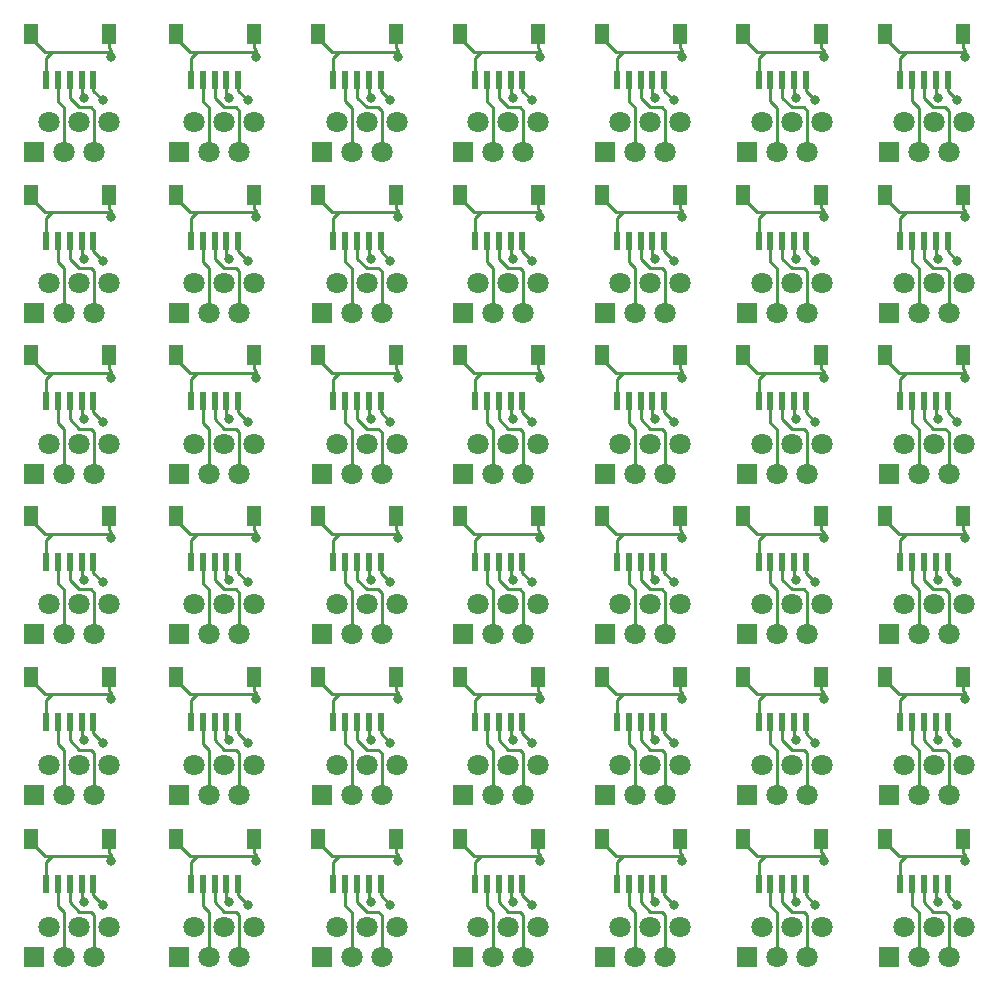
<source format=gbr>
G04 #@! TF.GenerationSoftware,KiCad,Pcbnew,5.0.2-bee76a0~70~ubuntu18.04.1*
G04 #@! TF.CreationDate,2019-05-10T19:11:01+02:00*
G04 #@! TF.ProjectId,spi_connector_board_5x5_panel,7370695f-636f-46e6-9e65-63746f725f62,rev?*
G04 #@! TF.SameCoordinates,Original*
G04 #@! TF.FileFunction,Copper,L1,Top*
G04 #@! TF.FilePolarity,Positive*
%FSLAX46Y46*%
G04 Gerber Fmt 4.6, Leading zero omitted, Abs format (unit mm)*
G04 Created by KiCad (PCBNEW 5.0.2-bee76a0~70~ubuntu18.04.1) date Fr 10 Mai 2019 19:11:01 CEST*
%MOMM*%
%LPD*%
G01*
G04 APERTURE LIST*
G04 #@! TA.AperFunction,SMDPad,CuDef*
%ADD10R,0.600000X1.550000*%
G04 #@! TD*
G04 #@! TA.AperFunction,SMDPad,CuDef*
%ADD11R,1.200000X1.800000*%
G04 #@! TD*
G04 #@! TA.AperFunction,ComponentPad*
%ADD12C,1.800000*%
G04 #@! TD*
G04 #@! TA.AperFunction,ComponentPad*
%ADD13R,1.800000X1.800000*%
G04 #@! TD*
G04 #@! TA.AperFunction,ViaPad*
%ADD14C,0.800000*%
G04 #@! TD*
G04 #@! TA.AperFunction,Conductor*
%ADD15C,0.250000*%
G04 #@! TD*
G04 APERTURE END LIST*
D10*
G04 #@! TO.P,JST_SM05B-SRSS-TB(LF)(SN),1*
G04 #@! TO.N,N/C*
X102822500Y-89406500D03*
D11*
G04 #@! TO.P,JST_SM05B-SRSS-TB(LF)(SN),S1*
X104122500Y-85531500D03*
G04 #@! TO.P,JST_SM05B-SRSS-TB(LF)(SN),S2*
X97522500Y-85531500D03*
D10*
G04 #@! TO.P,JST_SM05B-SRSS-TB(LF)(SN),2*
X101822500Y-89406500D03*
G04 #@! TO.P,JST_SM05B-SRSS-TB(LF)(SN),3*
X100822500Y-89406500D03*
G04 #@! TO.P,JST_SM05B-SRSS-TB(LF)(SN),4*
X99822500Y-89406500D03*
G04 #@! TO.P,JST_SM05B-SRSS-TB(LF)(SN),5*
X98822500Y-89406500D03*
G04 #@! TD*
D12*
G04 #@! TO.P,REF\002A\002A,6*
G04 #@! TO.N,N/C*
X104172500Y-92991500D03*
G04 #@! TO.P,REF\002A\002A,5*
X102902500Y-95531500D03*
D13*
G04 #@! TO.P,REF\002A\002A,1*
X97822500Y-95531500D03*
D12*
G04 #@! TO.P,REF\002A\002A,2*
X99092500Y-92991500D03*
G04 #@! TO.P,REF\002A\002A,3*
X100362500Y-95531500D03*
G04 #@! TO.P,REF\002A\002A,4*
X101632500Y-92991500D03*
G04 #@! TD*
D10*
G04 #@! TO.P,JST_SM05B-SRSS-TB(LF)(SN),1*
G04 #@! TO.N,N/C*
X102822500Y-116606500D03*
D11*
G04 #@! TO.P,JST_SM05B-SRSS-TB(LF)(SN),S1*
X104122500Y-112731500D03*
G04 #@! TO.P,JST_SM05B-SRSS-TB(LF)(SN),S2*
X97522500Y-112731500D03*
D10*
G04 #@! TO.P,JST_SM05B-SRSS-TB(LF)(SN),2*
X101822500Y-116606500D03*
G04 #@! TO.P,JST_SM05B-SRSS-TB(LF)(SN),3*
X100822500Y-116606500D03*
G04 #@! TO.P,JST_SM05B-SRSS-TB(LF)(SN),4*
X99822500Y-116606500D03*
G04 #@! TO.P,JST_SM05B-SRSS-TB(LF)(SN),5*
X98822500Y-116606500D03*
G04 #@! TD*
D12*
G04 #@! TO.P,REF\002A\002A,4*
G04 #@! TO.N,N/C*
X101632500Y-65791500D03*
G04 #@! TO.P,REF\002A\002A,3*
X100362500Y-68331500D03*
G04 #@! TO.P,REF\002A\002A,2*
X99092500Y-65791500D03*
D13*
G04 #@! TO.P,REF\002A\002A,1*
X97822500Y-68331500D03*
D12*
G04 #@! TO.P,REF\002A\002A,5*
X102902500Y-68331500D03*
G04 #@! TO.P,REF\002A\002A,6*
X104172500Y-65791500D03*
G04 #@! TD*
D10*
G04 #@! TO.P,JST_SM05B-SRSS-TB(LF)(SN),5*
G04 #@! TO.N,N/C*
X98822500Y-130322500D03*
G04 #@! TO.P,JST_SM05B-SRSS-TB(LF)(SN),4*
X99822500Y-130322500D03*
G04 #@! TO.P,JST_SM05B-SRSS-TB(LF)(SN),3*
X100822500Y-130322500D03*
G04 #@! TO.P,JST_SM05B-SRSS-TB(LF)(SN),2*
X101822500Y-130322500D03*
D11*
G04 #@! TO.P,JST_SM05B-SRSS-TB(LF)(SN),S2*
X97522500Y-126447500D03*
G04 #@! TO.P,JST_SM05B-SRSS-TB(LF)(SN),S1*
X104122500Y-126447500D03*
D10*
G04 #@! TO.P,JST_SM05B-SRSS-TB(LF)(SN),1*
X102822500Y-130322500D03*
G04 #@! TD*
D12*
G04 #@! TO.P,REF\002A\002A,4*
G04 #@! TO.N,N/C*
X101632500Y-133907500D03*
G04 #@! TO.P,REF\002A\002A,3*
X100362500Y-136447500D03*
G04 #@! TO.P,REF\002A\002A,2*
X99092500Y-133907500D03*
D13*
G04 #@! TO.P,REF\002A\002A,1*
X97822500Y-136447500D03*
D12*
G04 #@! TO.P,REF\002A\002A,5*
X102902500Y-136447500D03*
G04 #@! TO.P,REF\002A\002A,6*
X104172500Y-133907500D03*
G04 #@! TD*
D10*
G04 #@! TO.P,JST_SM05B-SRSS-TB(LF)(SN),5*
G04 #@! TO.N,N/C*
X98822500Y-62206500D03*
G04 #@! TO.P,JST_SM05B-SRSS-TB(LF)(SN),4*
X99822500Y-62206500D03*
G04 #@! TO.P,JST_SM05B-SRSS-TB(LF)(SN),3*
X100822500Y-62206500D03*
G04 #@! TO.P,JST_SM05B-SRSS-TB(LF)(SN),2*
X101822500Y-62206500D03*
D11*
G04 #@! TO.P,JST_SM05B-SRSS-TB(LF)(SN),S2*
X97522500Y-58331500D03*
G04 #@! TO.P,JST_SM05B-SRSS-TB(LF)(SN),S1*
X104122500Y-58331500D03*
D10*
G04 #@! TO.P,JST_SM05B-SRSS-TB(LF)(SN),1*
X102822500Y-62206500D03*
G04 #@! TD*
D12*
G04 #@! TO.P,REF\002A\002A,6*
G04 #@! TO.N,N/C*
X104172500Y-106591500D03*
G04 #@! TO.P,REF\002A\002A,5*
X102902500Y-109131500D03*
D13*
G04 #@! TO.P,REF\002A\002A,1*
X97822500Y-109131500D03*
D12*
G04 #@! TO.P,REF\002A\002A,2*
X99092500Y-106591500D03*
G04 #@! TO.P,REF\002A\002A,3*
X100362500Y-109131500D03*
G04 #@! TO.P,REF\002A\002A,4*
X101632500Y-106591500D03*
G04 #@! TD*
D10*
G04 #@! TO.P,JST_SM05B-SRSS-TB(LF)(SN),1*
G04 #@! TO.N,N/C*
X102822500Y-103006500D03*
D11*
G04 #@! TO.P,JST_SM05B-SRSS-TB(LF)(SN),S1*
X104122500Y-99131500D03*
G04 #@! TO.P,JST_SM05B-SRSS-TB(LF)(SN),S2*
X97522500Y-99131500D03*
D10*
G04 #@! TO.P,JST_SM05B-SRSS-TB(LF)(SN),2*
X101822500Y-103006500D03*
G04 #@! TO.P,JST_SM05B-SRSS-TB(LF)(SN),3*
X100822500Y-103006500D03*
G04 #@! TO.P,JST_SM05B-SRSS-TB(LF)(SN),4*
X99822500Y-103006500D03*
G04 #@! TO.P,JST_SM05B-SRSS-TB(LF)(SN),5*
X98822500Y-103006500D03*
G04 #@! TD*
D12*
G04 #@! TO.P,REF\002A\002A,6*
G04 #@! TO.N,N/C*
X104172500Y-120191500D03*
G04 #@! TO.P,REF\002A\002A,5*
X102902500Y-122731500D03*
D13*
G04 #@! TO.P,REF\002A\002A,1*
X97822500Y-122731500D03*
D12*
G04 #@! TO.P,REF\002A\002A,2*
X99092500Y-120191500D03*
G04 #@! TO.P,REF\002A\002A,3*
X100362500Y-122731500D03*
G04 #@! TO.P,REF\002A\002A,4*
X101632500Y-120191500D03*
G04 #@! TD*
D10*
G04 #@! TO.P,JST_SM05B-SRSS-TB(LF)(SN),1*
G04 #@! TO.N,N/C*
X102822500Y-75806500D03*
D11*
G04 #@! TO.P,JST_SM05B-SRSS-TB(LF)(SN),S1*
X104122500Y-71931500D03*
G04 #@! TO.P,JST_SM05B-SRSS-TB(LF)(SN),S2*
X97522500Y-71931500D03*
D10*
G04 #@! TO.P,JST_SM05B-SRSS-TB(LF)(SN),2*
X101822500Y-75806500D03*
G04 #@! TO.P,JST_SM05B-SRSS-TB(LF)(SN),3*
X100822500Y-75806500D03*
G04 #@! TO.P,JST_SM05B-SRSS-TB(LF)(SN),4*
X99822500Y-75806500D03*
G04 #@! TO.P,JST_SM05B-SRSS-TB(LF)(SN),5*
X98822500Y-75806500D03*
G04 #@! TD*
D12*
G04 #@! TO.P,REF\002A\002A,6*
G04 #@! TO.N,N/C*
X104172500Y-79391500D03*
G04 #@! TO.P,REF\002A\002A,5*
X102902500Y-81931500D03*
D13*
G04 #@! TO.P,REF\002A\002A,1*
X97822500Y-81931500D03*
D12*
G04 #@! TO.P,REF\002A\002A,2*
X99092500Y-79391500D03*
G04 #@! TO.P,REF\002A\002A,3*
X100362500Y-81931500D03*
G04 #@! TO.P,REF\002A\002A,4*
X101632500Y-79391500D03*
G04 #@! TD*
D10*
G04 #@! TO.P,JST_SM05B-SRSS-TB(LF)(SN),1*
G04 #@! TO.N,N/C*
X115078000Y-130322500D03*
D11*
G04 #@! TO.P,JST_SM05B-SRSS-TB(LF)(SN),S1*
X116378000Y-126447500D03*
G04 #@! TO.P,JST_SM05B-SRSS-TB(LF)(SN),S2*
X109778000Y-126447500D03*
D10*
G04 #@! TO.P,JST_SM05B-SRSS-TB(LF)(SN),2*
X114078000Y-130322500D03*
G04 #@! TO.P,JST_SM05B-SRSS-TB(LF)(SN),3*
X113078000Y-130322500D03*
G04 #@! TO.P,JST_SM05B-SRSS-TB(LF)(SN),4*
X112078000Y-130322500D03*
G04 #@! TO.P,JST_SM05B-SRSS-TB(LF)(SN),5*
X111078000Y-130322500D03*
G04 #@! TD*
D12*
G04 #@! TO.P,REF\002A\002A,4*
G04 #@! TO.N,N/C*
X137953000Y-133907500D03*
G04 #@! TO.P,REF\002A\002A,3*
X136683000Y-136447500D03*
G04 #@! TO.P,REF\002A\002A,2*
X135413000Y-133907500D03*
D13*
G04 #@! TO.P,REF\002A\002A,1*
X134143000Y-136447500D03*
D12*
G04 #@! TO.P,REF\002A\002A,5*
X139223000Y-136447500D03*
G04 #@! TO.P,REF\002A\002A,6*
X140493000Y-133907500D03*
G04 #@! TD*
G04 #@! TO.P,REF\002A\002A,4*
G04 #@! TO.N,N/C*
X125953000Y-133907500D03*
G04 #@! TO.P,REF\002A\002A,3*
X124683000Y-136447500D03*
G04 #@! TO.P,REF\002A\002A,2*
X123413000Y-133907500D03*
D13*
G04 #@! TO.P,REF\002A\002A,1*
X122143000Y-136447500D03*
D12*
G04 #@! TO.P,REF\002A\002A,5*
X127223000Y-136447500D03*
G04 #@! TO.P,REF\002A\002A,6*
X128493000Y-133907500D03*
G04 #@! TD*
G04 #@! TO.P,REF\002A\002A,4*
G04 #@! TO.N,N/C*
X161953000Y-133907500D03*
G04 #@! TO.P,REF\002A\002A,3*
X160683000Y-136447500D03*
G04 #@! TO.P,REF\002A\002A,2*
X159413000Y-133907500D03*
D13*
G04 #@! TO.P,REF\002A\002A,1*
X158143000Y-136447500D03*
D12*
G04 #@! TO.P,REF\002A\002A,5*
X163223000Y-136447500D03*
G04 #@! TO.P,REF\002A\002A,6*
X164493000Y-133907500D03*
G04 #@! TD*
G04 #@! TO.P,REF\002A\002A,4*
G04 #@! TO.N,N/C*
X149953000Y-133907500D03*
G04 #@! TO.P,REF\002A\002A,3*
X148683000Y-136447500D03*
G04 #@! TO.P,REF\002A\002A,2*
X147413000Y-133907500D03*
D13*
G04 #@! TO.P,REF\002A\002A,1*
X146143000Y-136447500D03*
D12*
G04 #@! TO.P,REF\002A\002A,5*
X151223000Y-136447500D03*
G04 #@! TO.P,REF\002A\002A,6*
X152493000Y-133907500D03*
G04 #@! TD*
D10*
G04 #@! TO.P,JST_SM05B-SRSS-TB(LF)(SN),5*
G04 #@! TO.N,N/C*
X171143000Y-130322500D03*
G04 #@! TO.P,JST_SM05B-SRSS-TB(LF)(SN),4*
X172143000Y-130322500D03*
G04 #@! TO.P,JST_SM05B-SRSS-TB(LF)(SN),3*
X173143000Y-130322500D03*
G04 #@! TO.P,JST_SM05B-SRSS-TB(LF)(SN),2*
X174143000Y-130322500D03*
D11*
G04 #@! TO.P,JST_SM05B-SRSS-TB(LF)(SN),S2*
X169843000Y-126447500D03*
G04 #@! TO.P,JST_SM05B-SRSS-TB(LF)(SN),S1*
X176443000Y-126447500D03*
D10*
G04 #@! TO.P,JST_SM05B-SRSS-TB(LF)(SN),1*
X175143000Y-130322500D03*
G04 #@! TD*
G04 #@! TO.P,JST_SM05B-SRSS-TB(LF)(SN),5*
G04 #@! TO.N,N/C*
X159143000Y-130322500D03*
G04 #@! TO.P,JST_SM05B-SRSS-TB(LF)(SN),4*
X160143000Y-130322500D03*
G04 #@! TO.P,JST_SM05B-SRSS-TB(LF)(SN),3*
X161143000Y-130322500D03*
G04 #@! TO.P,JST_SM05B-SRSS-TB(LF)(SN),2*
X162143000Y-130322500D03*
D11*
G04 #@! TO.P,JST_SM05B-SRSS-TB(LF)(SN),S2*
X157843000Y-126447500D03*
G04 #@! TO.P,JST_SM05B-SRSS-TB(LF)(SN),S1*
X164443000Y-126447500D03*
D10*
G04 #@! TO.P,JST_SM05B-SRSS-TB(LF)(SN),1*
X163143000Y-130322500D03*
G04 #@! TD*
G04 #@! TO.P,JST_SM05B-SRSS-TB(LF)(SN),5*
G04 #@! TO.N,N/C*
X147143000Y-130322500D03*
G04 #@! TO.P,JST_SM05B-SRSS-TB(LF)(SN),4*
X148143000Y-130322500D03*
G04 #@! TO.P,JST_SM05B-SRSS-TB(LF)(SN),3*
X149143000Y-130322500D03*
G04 #@! TO.P,JST_SM05B-SRSS-TB(LF)(SN),2*
X150143000Y-130322500D03*
D11*
G04 #@! TO.P,JST_SM05B-SRSS-TB(LF)(SN),S2*
X145843000Y-126447500D03*
G04 #@! TO.P,JST_SM05B-SRSS-TB(LF)(SN),S1*
X152443000Y-126447500D03*
D10*
G04 #@! TO.P,JST_SM05B-SRSS-TB(LF)(SN),1*
X151143000Y-130322500D03*
G04 #@! TD*
G04 #@! TO.P,JST_SM05B-SRSS-TB(LF)(SN),5*
G04 #@! TO.N,N/C*
X135143000Y-130322500D03*
G04 #@! TO.P,JST_SM05B-SRSS-TB(LF)(SN),4*
X136143000Y-130322500D03*
G04 #@! TO.P,JST_SM05B-SRSS-TB(LF)(SN),3*
X137143000Y-130322500D03*
G04 #@! TO.P,JST_SM05B-SRSS-TB(LF)(SN),2*
X138143000Y-130322500D03*
D11*
G04 #@! TO.P,JST_SM05B-SRSS-TB(LF)(SN),S2*
X133843000Y-126447500D03*
G04 #@! TO.P,JST_SM05B-SRSS-TB(LF)(SN),S1*
X140443000Y-126447500D03*
D10*
G04 #@! TO.P,JST_SM05B-SRSS-TB(LF)(SN),1*
X139143000Y-130322500D03*
G04 #@! TD*
G04 #@! TO.P,JST_SM05B-SRSS-TB(LF)(SN),5*
G04 #@! TO.N,N/C*
X123143000Y-130322500D03*
G04 #@! TO.P,JST_SM05B-SRSS-TB(LF)(SN),4*
X124143000Y-130322500D03*
G04 #@! TO.P,JST_SM05B-SRSS-TB(LF)(SN),3*
X125143000Y-130322500D03*
G04 #@! TO.P,JST_SM05B-SRSS-TB(LF)(SN),2*
X126143000Y-130322500D03*
D11*
G04 #@! TO.P,JST_SM05B-SRSS-TB(LF)(SN),S2*
X121843000Y-126447500D03*
G04 #@! TO.P,JST_SM05B-SRSS-TB(LF)(SN),S1*
X128443000Y-126447500D03*
D10*
G04 #@! TO.P,JST_SM05B-SRSS-TB(LF)(SN),1*
X127143000Y-130322500D03*
G04 #@! TD*
D12*
G04 #@! TO.P,REF\002A\002A,4*
G04 #@! TO.N,N/C*
X173953000Y-133907500D03*
G04 #@! TO.P,REF\002A\002A,3*
X172683000Y-136447500D03*
G04 #@! TO.P,REF\002A\002A,2*
X171413000Y-133907500D03*
D13*
G04 #@! TO.P,REF\002A\002A,1*
X170143000Y-136447500D03*
D12*
G04 #@! TO.P,REF\002A\002A,5*
X175223000Y-136447500D03*
G04 #@! TO.P,REF\002A\002A,6*
X176493000Y-133907500D03*
G04 #@! TD*
G04 #@! TO.P,REF\002A\002A,6*
G04 #@! TO.N,N/C*
X116428000Y-133907500D03*
G04 #@! TO.P,REF\002A\002A,5*
X115158000Y-136447500D03*
D13*
G04 #@! TO.P,REF\002A\002A,1*
X110078000Y-136447500D03*
D12*
G04 #@! TO.P,REF\002A\002A,2*
X111348000Y-133907500D03*
G04 #@! TO.P,REF\002A\002A,3*
X112618000Y-136447500D03*
G04 #@! TO.P,REF\002A\002A,4*
X113888000Y-133907500D03*
G04 #@! TD*
D10*
G04 #@! TO.P,JST_SM05B-SRSS-TB(LF)(SN),1*
G04 #@! TO.N,N/C*
X115078000Y-62206500D03*
D11*
G04 #@! TO.P,JST_SM05B-SRSS-TB(LF)(SN),S1*
X116378000Y-58331500D03*
G04 #@! TO.P,JST_SM05B-SRSS-TB(LF)(SN),S2*
X109778000Y-58331500D03*
D10*
G04 #@! TO.P,JST_SM05B-SRSS-TB(LF)(SN),2*
X114078000Y-62206500D03*
G04 #@! TO.P,JST_SM05B-SRSS-TB(LF)(SN),3*
X113078000Y-62206500D03*
G04 #@! TO.P,JST_SM05B-SRSS-TB(LF)(SN),4*
X112078000Y-62206500D03*
G04 #@! TO.P,JST_SM05B-SRSS-TB(LF)(SN),5*
X111078000Y-62206500D03*
G04 #@! TD*
D12*
G04 #@! TO.P,REF\002A\002A,6*
G04 #@! TO.N,N/C*
X116428000Y-65791500D03*
G04 #@! TO.P,REF\002A\002A,5*
X115158000Y-68331500D03*
D13*
G04 #@! TO.P,REF\002A\002A,1*
X110078000Y-68331500D03*
D12*
G04 #@! TO.P,REF\002A\002A,2*
X111348000Y-65791500D03*
G04 #@! TO.P,REF\002A\002A,3*
X112618000Y-68331500D03*
G04 #@! TO.P,REF\002A\002A,4*
X113888000Y-65791500D03*
G04 #@! TD*
G04 #@! TO.P,REF\002A\002A,4*
G04 #@! TO.N,N/C*
X113888000Y-120191500D03*
G04 #@! TO.P,REF\002A\002A,3*
X112618000Y-122731500D03*
G04 #@! TO.P,REF\002A\002A,2*
X111348000Y-120191500D03*
D13*
G04 #@! TO.P,REF\002A\002A,1*
X110078000Y-122731500D03*
D12*
G04 #@! TO.P,REF\002A\002A,5*
X115158000Y-122731500D03*
G04 #@! TO.P,REF\002A\002A,6*
X116428000Y-120191500D03*
G04 #@! TD*
D10*
G04 #@! TO.P,JST_SM05B-SRSS-TB(LF)(SN),5*
G04 #@! TO.N,N/C*
X111078000Y-116606500D03*
G04 #@! TO.P,JST_SM05B-SRSS-TB(LF)(SN),4*
X112078000Y-116606500D03*
G04 #@! TO.P,JST_SM05B-SRSS-TB(LF)(SN),3*
X113078000Y-116606500D03*
G04 #@! TO.P,JST_SM05B-SRSS-TB(LF)(SN),2*
X114078000Y-116606500D03*
D11*
G04 #@! TO.P,JST_SM05B-SRSS-TB(LF)(SN),S2*
X109778000Y-112731500D03*
G04 #@! TO.P,JST_SM05B-SRSS-TB(LF)(SN),S1*
X116378000Y-112731500D03*
D10*
G04 #@! TO.P,JST_SM05B-SRSS-TB(LF)(SN),1*
X115078000Y-116606500D03*
G04 #@! TD*
G04 #@! TO.P,JST_SM05B-SRSS-TB(LF)(SN),5*
G04 #@! TO.N,N/C*
X111078000Y-103006500D03*
G04 #@! TO.P,JST_SM05B-SRSS-TB(LF)(SN),4*
X112078000Y-103006500D03*
G04 #@! TO.P,JST_SM05B-SRSS-TB(LF)(SN),3*
X113078000Y-103006500D03*
G04 #@! TO.P,JST_SM05B-SRSS-TB(LF)(SN),2*
X114078000Y-103006500D03*
D11*
G04 #@! TO.P,JST_SM05B-SRSS-TB(LF)(SN),S2*
X109778000Y-99131500D03*
G04 #@! TO.P,JST_SM05B-SRSS-TB(LF)(SN),S1*
X116378000Y-99131500D03*
D10*
G04 #@! TO.P,JST_SM05B-SRSS-TB(LF)(SN),1*
X115078000Y-103006500D03*
G04 #@! TD*
G04 #@! TO.P,JST_SM05B-SRSS-TB(LF)(SN),5*
G04 #@! TO.N,N/C*
X111078000Y-89406500D03*
G04 #@! TO.P,JST_SM05B-SRSS-TB(LF)(SN),4*
X112078000Y-89406500D03*
G04 #@! TO.P,JST_SM05B-SRSS-TB(LF)(SN),3*
X113078000Y-89406500D03*
G04 #@! TO.P,JST_SM05B-SRSS-TB(LF)(SN),2*
X114078000Y-89406500D03*
D11*
G04 #@! TO.P,JST_SM05B-SRSS-TB(LF)(SN),S2*
X109778000Y-85531500D03*
G04 #@! TO.P,JST_SM05B-SRSS-TB(LF)(SN),S1*
X116378000Y-85531500D03*
D10*
G04 #@! TO.P,JST_SM05B-SRSS-TB(LF)(SN),1*
X115078000Y-89406500D03*
G04 #@! TD*
G04 #@! TO.P,JST_SM05B-SRSS-TB(LF)(SN),5*
G04 #@! TO.N,N/C*
X111078000Y-75806500D03*
G04 #@! TO.P,JST_SM05B-SRSS-TB(LF)(SN),4*
X112078000Y-75806500D03*
G04 #@! TO.P,JST_SM05B-SRSS-TB(LF)(SN),3*
X113078000Y-75806500D03*
G04 #@! TO.P,JST_SM05B-SRSS-TB(LF)(SN),2*
X114078000Y-75806500D03*
D11*
G04 #@! TO.P,JST_SM05B-SRSS-TB(LF)(SN),S2*
X109778000Y-71931500D03*
G04 #@! TO.P,JST_SM05B-SRSS-TB(LF)(SN),S1*
X116378000Y-71931500D03*
D10*
G04 #@! TO.P,JST_SM05B-SRSS-TB(LF)(SN),1*
X115078000Y-75806500D03*
G04 #@! TD*
D12*
G04 #@! TO.P,REF\002A\002A,4*
G04 #@! TO.N,N/C*
X113888000Y-79391500D03*
G04 #@! TO.P,REF\002A\002A,3*
X112618000Y-81931500D03*
G04 #@! TO.P,REF\002A\002A,2*
X111348000Y-79391500D03*
D13*
G04 #@! TO.P,REF\002A\002A,1*
X110078000Y-81931500D03*
D12*
G04 #@! TO.P,REF\002A\002A,5*
X115158000Y-81931500D03*
G04 #@! TO.P,REF\002A\002A,6*
X116428000Y-79391500D03*
G04 #@! TD*
G04 #@! TO.P,REF\002A\002A,4*
G04 #@! TO.N,N/C*
X113888000Y-92991500D03*
G04 #@! TO.P,REF\002A\002A,3*
X112618000Y-95531500D03*
G04 #@! TO.P,REF\002A\002A,2*
X111348000Y-92991500D03*
D13*
G04 #@! TO.P,REF\002A\002A,1*
X110078000Y-95531500D03*
D12*
G04 #@! TO.P,REF\002A\002A,5*
X115158000Y-95531500D03*
G04 #@! TO.P,REF\002A\002A,6*
X116428000Y-92991500D03*
G04 #@! TD*
G04 #@! TO.P,REF\002A\002A,4*
G04 #@! TO.N,N/C*
X113888000Y-106591500D03*
G04 #@! TO.P,REF\002A\002A,3*
X112618000Y-109131500D03*
G04 #@! TO.P,REF\002A\002A,2*
X111348000Y-106591500D03*
D13*
G04 #@! TO.P,REF\002A\002A,1*
X110078000Y-109131500D03*
D12*
G04 #@! TO.P,REF\002A\002A,5*
X115158000Y-109131500D03*
G04 #@! TO.P,REF\002A\002A,6*
X116428000Y-106591500D03*
G04 #@! TD*
D10*
G04 #@! TO.P,JST_SM05B-SRSS-TB(LF)(SN),1*
G04 #@! TO.N,N/C*
X175143000Y-116606500D03*
D11*
G04 #@! TO.P,JST_SM05B-SRSS-TB(LF)(SN),S1*
X176443000Y-112731500D03*
G04 #@! TO.P,JST_SM05B-SRSS-TB(LF)(SN),S2*
X169843000Y-112731500D03*
D10*
G04 #@! TO.P,JST_SM05B-SRSS-TB(LF)(SN),2*
X174143000Y-116606500D03*
G04 #@! TO.P,JST_SM05B-SRSS-TB(LF)(SN),3*
X173143000Y-116606500D03*
G04 #@! TO.P,JST_SM05B-SRSS-TB(LF)(SN),4*
X172143000Y-116606500D03*
G04 #@! TO.P,JST_SM05B-SRSS-TB(LF)(SN),5*
X171143000Y-116606500D03*
G04 #@! TD*
G04 #@! TO.P,JST_SM05B-SRSS-TB(LF)(SN),1*
G04 #@! TO.N,N/C*
X163143000Y-116606500D03*
D11*
G04 #@! TO.P,JST_SM05B-SRSS-TB(LF)(SN),S1*
X164443000Y-112731500D03*
G04 #@! TO.P,JST_SM05B-SRSS-TB(LF)(SN),S2*
X157843000Y-112731500D03*
D10*
G04 #@! TO.P,JST_SM05B-SRSS-TB(LF)(SN),2*
X162143000Y-116606500D03*
G04 #@! TO.P,JST_SM05B-SRSS-TB(LF)(SN),3*
X161143000Y-116606500D03*
G04 #@! TO.P,JST_SM05B-SRSS-TB(LF)(SN),4*
X160143000Y-116606500D03*
G04 #@! TO.P,JST_SM05B-SRSS-TB(LF)(SN),5*
X159143000Y-116606500D03*
G04 #@! TD*
G04 #@! TO.P,JST_SM05B-SRSS-TB(LF)(SN),1*
G04 #@! TO.N,N/C*
X151143000Y-116606500D03*
D11*
G04 #@! TO.P,JST_SM05B-SRSS-TB(LF)(SN),S1*
X152443000Y-112731500D03*
G04 #@! TO.P,JST_SM05B-SRSS-TB(LF)(SN),S2*
X145843000Y-112731500D03*
D10*
G04 #@! TO.P,JST_SM05B-SRSS-TB(LF)(SN),2*
X150143000Y-116606500D03*
G04 #@! TO.P,JST_SM05B-SRSS-TB(LF)(SN),3*
X149143000Y-116606500D03*
G04 #@! TO.P,JST_SM05B-SRSS-TB(LF)(SN),4*
X148143000Y-116606500D03*
G04 #@! TO.P,JST_SM05B-SRSS-TB(LF)(SN),5*
X147143000Y-116606500D03*
G04 #@! TD*
G04 #@! TO.P,JST_SM05B-SRSS-TB(LF)(SN),1*
G04 #@! TO.N,N/C*
X139143000Y-116606500D03*
D11*
G04 #@! TO.P,JST_SM05B-SRSS-TB(LF)(SN),S1*
X140443000Y-112731500D03*
G04 #@! TO.P,JST_SM05B-SRSS-TB(LF)(SN),S2*
X133843000Y-112731500D03*
D10*
G04 #@! TO.P,JST_SM05B-SRSS-TB(LF)(SN),2*
X138143000Y-116606500D03*
G04 #@! TO.P,JST_SM05B-SRSS-TB(LF)(SN),3*
X137143000Y-116606500D03*
G04 #@! TO.P,JST_SM05B-SRSS-TB(LF)(SN),4*
X136143000Y-116606500D03*
G04 #@! TO.P,JST_SM05B-SRSS-TB(LF)(SN),5*
X135143000Y-116606500D03*
G04 #@! TD*
G04 #@! TO.P,JST_SM05B-SRSS-TB(LF)(SN),1*
G04 #@! TO.N,N/C*
X127143000Y-116606500D03*
D11*
G04 #@! TO.P,JST_SM05B-SRSS-TB(LF)(SN),S1*
X128443000Y-112731500D03*
G04 #@! TO.P,JST_SM05B-SRSS-TB(LF)(SN),S2*
X121843000Y-112731500D03*
D10*
G04 #@! TO.P,JST_SM05B-SRSS-TB(LF)(SN),2*
X126143000Y-116606500D03*
G04 #@! TO.P,JST_SM05B-SRSS-TB(LF)(SN),3*
X125143000Y-116606500D03*
G04 #@! TO.P,JST_SM05B-SRSS-TB(LF)(SN),4*
X124143000Y-116606500D03*
G04 #@! TO.P,JST_SM05B-SRSS-TB(LF)(SN),5*
X123143000Y-116606500D03*
G04 #@! TD*
G04 #@! TO.P,JST_SM05B-SRSS-TB(LF)(SN),1*
G04 #@! TO.N,N/C*
X175143000Y-103006500D03*
D11*
G04 #@! TO.P,JST_SM05B-SRSS-TB(LF)(SN),S1*
X176443000Y-99131500D03*
G04 #@! TO.P,JST_SM05B-SRSS-TB(LF)(SN),S2*
X169843000Y-99131500D03*
D10*
G04 #@! TO.P,JST_SM05B-SRSS-TB(LF)(SN),2*
X174143000Y-103006500D03*
G04 #@! TO.P,JST_SM05B-SRSS-TB(LF)(SN),3*
X173143000Y-103006500D03*
G04 #@! TO.P,JST_SM05B-SRSS-TB(LF)(SN),4*
X172143000Y-103006500D03*
G04 #@! TO.P,JST_SM05B-SRSS-TB(LF)(SN),5*
X171143000Y-103006500D03*
G04 #@! TD*
G04 #@! TO.P,JST_SM05B-SRSS-TB(LF)(SN),1*
G04 #@! TO.N,N/C*
X163143000Y-103006500D03*
D11*
G04 #@! TO.P,JST_SM05B-SRSS-TB(LF)(SN),S1*
X164443000Y-99131500D03*
G04 #@! TO.P,JST_SM05B-SRSS-TB(LF)(SN),S2*
X157843000Y-99131500D03*
D10*
G04 #@! TO.P,JST_SM05B-SRSS-TB(LF)(SN),2*
X162143000Y-103006500D03*
G04 #@! TO.P,JST_SM05B-SRSS-TB(LF)(SN),3*
X161143000Y-103006500D03*
G04 #@! TO.P,JST_SM05B-SRSS-TB(LF)(SN),4*
X160143000Y-103006500D03*
G04 #@! TO.P,JST_SM05B-SRSS-TB(LF)(SN),5*
X159143000Y-103006500D03*
G04 #@! TD*
G04 #@! TO.P,JST_SM05B-SRSS-TB(LF)(SN),1*
G04 #@! TO.N,N/C*
X151143000Y-103006500D03*
D11*
G04 #@! TO.P,JST_SM05B-SRSS-TB(LF)(SN),S1*
X152443000Y-99131500D03*
G04 #@! TO.P,JST_SM05B-SRSS-TB(LF)(SN),S2*
X145843000Y-99131500D03*
D10*
G04 #@! TO.P,JST_SM05B-SRSS-TB(LF)(SN),2*
X150143000Y-103006500D03*
G04 #@! TO.P,JST_SM05B-SRSS-TB(LF)(SN),3*
X149143000Y-103006500D03*
G04 #@! TO.P,JST_SM05B-SRSS-TB(LF)(SN),4*
X148143000Y-103006500D03*
G04 #@! TO.P,JST_SM05B-SRSS-TB(LF)(SN),5*
X147143000Y-103006500D03*
G04 #@! TD*
G04 #@! TO.P,JST_SM05B-SRSS-TB(LF)(SN),1*
G04 #@! TO.N,N/C*
X139143000Y-103006500D03*
D11*
G04 #@! TO.P,JST_SM05B-SRSS-TB(LF)(SN),S1*
X140443000Y-99131500D03*
G04 #@! TO.P,JST_SM05B-SRSS-TB(LF)(SN),S2*
X133843000Y-99131500D03*
D10*
G04 #@! TO.P,JST_SM05B-SRSS-TB(LF)(SN),2*
X138143000Y-103006500D03*
G04 #@! TO.P,JST_SM05B-SRSS-TB(LF)(SN),3*
X137143000Y-103006500D03*
G04 #@! TO.P,JST_SM05B-SRSS-TB(LF)(SN),4*
X136143000Y-103006500D03*
G04 #@! TO.P,JST_SM05B-SRSS-TB(LF)(SN),5*
X135143000Y-103006500D03*
G04 #@! TD*
G04 #@! TO.P,JST_SM05B-SRSS-TB(LF)(SN),1*
G04 #@! TO.N,N/C*
X127143000Y-103006500D03*
D11*
G04 #@! TO.P,JST_SM05B-SRSS-TB(LF)(SN),S1*
X128443000Y-99131500D03*
G04 #@! TO.P,JST_SM05B-SRSS-TB(LF)(SN),S2*
X121843000Y-99131500D03*
D10*
G04 #@! TO.P,JST_SM05B-SRSS-TB(LF)(SN),2*
X126143000Y-103006500D03*
G04 #@! TO.P,JST_SM05B-SRSS-TB(LF)(SN),3*
X125143000Y-103006500D03*
G04 #@! TO.P,JST_SM05B-SRSS-TB(LF)(SN),4*
X124143000Y-103006500D03*
G04 #@! TO.P,JST_SM05B-SRSS-TB(LF)(SN),5*
X123143000Y-103006500D03*
G04 #@! TD*
G04 #@! TO.P,JST_SM05B-SRSS-TB(LF)(SN),1*
G04 #@! TO.N,N/C*
X175143000Y-89406500D03*
D11*
G04 #@! TO.P,JST_SM05B-SRSS-TB(LF)(SN),S1*
X176443000Y-85531500D03*
G04 #@! TO.P,JST_SM05B-SRSS-TB(LF)(SN),S2*
X169843000Y-85531500D03*
D10*
G04 #@! TO.P,JST_SM05B-SRSS-TB(LF)(SN),2*
X174143000Y-89406500D03*
G04 #@! TO.P,JST_SM05B-SRSS-TB(LF)(SN),3*
X173143000Y-89406500D03*
G04 #@! TO.P,JST_SM05B-SRSS-TB(LF)(SN),4*
X172143000Y-89406500D03*
G04 #@! TO.P,JST_SM05B-SRSS-TB(LF)(SN),5*
X171143000Y-89406500D03*
G04 #@! TD*
G04 #@! TO.P,JST_SM05B-SRSS-TB(LF)(SN),1*
G04 #@! TO.N,N/C*
X163143000Y-89406500D03*
D11*
G04 #@! TO.P,JST_SM05B-SRSS-TB(LF)(SN),S1*
X164443000Y-85531500D03*
G04 #@! TO.P,JST_SM05B-SRSS-TB(LF)(SN),S2*
X157843000Y-85531500D03*
D10*
G04 #@! TO.P,JST_SM05B-SRSS-TB(LF)(SN),2*
X162143000Y-89406500D03*
G04 #@! TO.P,JST_SM05B-SRSS-TB(LF)(SN),3*
X161143000Y-89406500D03*
G04 #@! TO.P,JST_SM05B-SRSS-TB(LF)(SN),4*
X160143000Y-89406500D03*
G04 #@! TO.P,JST_SM05B-SRSS-TB(LF)(SN),5*
X159143000Y-89406500D03*
G04 #@! TD*
G04 #@! TO.P,JST_SM05B-SRSS-TB(LF)(SN),1*
G04 #@! TO.N,N/C*
X151143000Y-89406500D03*
D11*
G04 #@! TO.P,JST_SM05B-SRSS-TB(LF)(SN),S1*
X152443000Y-85531500D03*
G04 #@! TO.P,JST_SM05B-SRSS-TB(LF)(SN),S2*
X145843000Y-85531500D03*
D10*
G04 #@! TO.P,JST_SM05B-SRSS-TB(LF)(SN),2*
X150143000Y-89406500D03*
G04 #@! TO.P,JST_SM05B-SRSS-TB(LF)(SN),3*
X149143000Y-89406500D03*
G04 #@! TO.P,JST_SM05B-SRSS-TB(LF)(SN),4*
X148143000Y-89406500D03*
G04 #@! TO.P,JST_SM05B-SRSS-TB(LF)(SN),5*
X147143000Y-89406500D03*
G04 #@! TD*
G04 #@! TO.P,JST_SM05B-SRSS-TB(LF)(SN),1*
G04 #@! TO.N,N/C*
X139143000Y-89406500D03*
D11*
G04 #@! TO.P,JST_SM05B-SRSS-TB(LF)(SN),S1*
X140443000Y-85531500D03*
G04 #@! TO.P,JST_SM05B-SRSS-TB(LF)(SN),S2*
X133843000Y-85531500D03*
D10*
G04 #@! TO.P,JST_SM05B-SRSS-TB(LF)(SN),2*
X138143000Y-89406500D03*
G04 #@! TO.P,JST_SM05B-SRSS-TB(LF)(SN),3*
X137143000Y-89406500D03*
G04 #@! TO.P,JST_SM05B-SRSS-TB(LF)(SN),4*
X136143000Y-89406500D03*
G04 #@! TO.P,JST_SM05B-SRSS-TB(LF)(SN),5*
X135143000Y-89406500D03*
G04 #@! TD*
G04 #@! TO.P,JST_SM05B-SRSS-TB(LF)(SN),1*
G04 #@! TO.N,N/C*
X127143000Y-89406500D03*
D11*
G04 #@! TO.P,JST_SM05B-SRSS-TB(LF)(SN),S1*
X128443000Y-85531500D03*
G04 #@! TO.P,JST_SM05B-SRSS-TB(LF)(SN),S2*
X121843000Y-85531500D03*
D10*
G04 #@! TO.P,JST_SM05B-SRSS-TB(LF)(SN),2*
X126143000Y-89406500D03*
G04 #@! TO.P,JST_SM05B-SRSS-TB(LF)(SN),3*
X125143000Y-89406500D03*
G04 #@! TO.P,JST_SM05B-SRSS-TB(LF)(SN),4*
X124143000Y-89406500D03*
G04 #@! TO.P,JST_SM05B-SRSS-TB(LF)(SN),5*
X123143000Y-89406500D03*
G04 #@! TD*
G04 #@! TO.P,JST_SM05B-SRSS-TB(LF)(SN),1*
G04 #@! TO.N,N/C*
X175143000Y-75806500D03*
D11*
G04 #@! TO.P,JST_SM05B-SRSS-TB(LF)(SN),S1*
X176443000Y-71931500D03*
G04 #@! TO.P,JST_SM05B-SRSS-TB(LF)(SN),S2*
X169843000Y-71931500D03*
D10*
G04 #@! TO.P,JST_SM05B-SRSS-TB(LF)(SN),2*
X174143000Y-75806500D03*
G04 #@! TO.P,JST_SM05B-SRSS-TB(LF)(SN),3*
X173143000Y-75806500D03*
G04 #@! TO.P,JST_SM05B-SRSS-TB(LF)(SN),4*
X172143000Y-75806500D03*
G04 #@! TO.P,JST_SM05B-SRSS-TB(LF)(SN),5*
X171143000Y-75806500D03*
G04 #@! TD*
G04 #@! TO.P,JST_SM05B-SRSS-TB(LF)(SN),1*
G04 #@! TO.N,N/C*
X163143000Y-75806500D03*
D11*
G04 #@! TO.P,JST_SM05B-SRSS-TB(LF)(SN),S1*
X164443000Y-71931500D03*
G04 #@! TO.P,JST_SM05B-SRSS-TB(LF)(SN),S2*
X157843000Y-71931500D03*
D10*
G04 #@! TO.P,JST_SM05B-SRSS-TB(LF)(SN),2*
X162143000Y-75806500D03*
G04 #@! TO.P,JST_SM05B-SRSS-TB(LF)(SN),3*
X161143000Y-75806500D03*
G04 #@! TO.P,JST_SM05B-SRSS-TB(LF)(SN),4*
X160143000Y-75806500D03*
G04 #@! TO.P,JST_SM05B-SRSS-TB(LF)(SN),5*
X159143000Y-75806500D03*
G04 #@! TD*
G04 #@! TO.P,JST_SM05B-SRSS-TB(LF)(SN),1*
G04 #@! TO.N,N/C*
X151143000Y-75806500D03*
D11*
G04 #@! TO.P,JST_SM05B-SRSS-TB(LF)(SN),S1*
X152443000Y-71931500D03*
G04 #@! TO.P,JST_SM05B-SRSS-TB(LF)(SN),S2*
X145843000Y-71931500D03*
D10*
G04 #@! TO.P,JST_SM05B-SRSS-TB(LF)(SN),2*
X150143000Y-75806500D03*
G04 #@! TO.P,JST_SM05B-SRSS-TB(LF)(SN),3*
X149143000Y-75806500D03*
G04 #@! TO.P,JST_SM05B-SRSS-TB(LF)(SN),4*
X148143000Y-75806500D03*
G04 #@! TO.P,JST_SM05B-SRSS-TB(LF)(SN),5*
X147143000Y-75806500D03*
G04 #@! TD*
G04 #@! TO.P,JST_SM05B-SRSS-TB(LF)(SN),1*
G04 #@! TO.N,N/C*
X139143000Y-75806500D03*
D11*
G04 #@! TO.P,JST_SM05B-SRSS-TB(LF)(SN),S1*
X140443000Y-71931500D03*
G04 #@! TO.P,JST_SM05B-SRSS-TB(LF)(SN),S2*
X133843000Y-71931500D03*
D10*
G04 #@! TO.P,JST_SM05B-SRSS-TB(LF)(SN),2*
X138143000Y-75806500D03*
G04 #@! TO.P,JST_SM05B-SRSS-TB(LF)(SN),3*
X137143000Y-75806500D03*
G04 #@! TO.P,JST_SM05B-SRSS-TB(LF)(SN),4*
X136143000Y-75806500D03*
G04 #@! TO.P,JST_SM05B-SRSS-TB(LF)(SN),5*
X135143000Y-75806500D03*
G04 #@! TD*
G04 #@! TO.P,JST_SM05B-SRSS-TB(LF)(SN),1*
G04 #@! TO.N,N/C*
X127143000Y-75806500D03*
D11*
G04 #@! TO.P,JST_SM05B-SRSS-TB(LF)(SN),S1*
X128443000Y-71931500D03*
G04 #@! TO.P,JST_SM05B-SRSS-TB(LF)(SN),S2*
X121843000Y-71931500D03*
D10*
G04 #@! TO.P,JST_SM05B-SRSS-TB(LF)(SN),2*
X126143000Y-75806500D03*
G04 #@! TO.P,JST_SM05B-SRSS-TB(LF)(SN),3*
X125143000Y-75806500D03*
G04 #@! TO.P,JST_SM05B-SRSS-TB(LF)(SN),4*
X124143000Y-75806500D03*
G04 #@! TO.P,JST_SM05B-SRSS-TB(LF)(SN),5*
X123143000Y-75806500D03*
G04 #@! TD*
G04 #@! TO.P,JST_SM05B-SRSS-TB(LF)(SN),1*
G04 #@! TO.N,N/C*
X175143000Y-62206500D03*
D11*
G04 #@! TO.P,JST_SM05B-SRSS-TB(LF)(SN),S1*
X176443000Y-58331500D03*
G04 #@! TO.P,JST_SM05B-SRSS-TB(LF)(SN),S2*
X169843000Y-58331500D03*
D10*
G04 #@! TO.P,JST_SM05B-SRSS-TB(LF)(SN),2*
X174143000Y-62206500D03*
G04 #@! TO.P,JST_SM05B-SRSS-TB(LF)(SN),3*
X173143000Y-62206500D03*
G04 #@! TO.P,JST_SM05B-SRSS-TB(LF)(SN),4*
X172143000Y-62206500D03*
G04 #@! TO.P,JST_SM05B-SRSS-TB(LF)(SN),5*
X171143000Y-62206500D03*
G04 #@! TD*
G04 #@! TO.P,JST_SM05B-SRSS-TB(LF)(SN),1*
G04 #@! TO.N,N/C*
X163143000Y-62206500D03*
D11*
G04 #@! TO.P,JST_SM05B-SRSS-TB(LF)(SN),S1*
X164443000Y-58331500D03*
G04 #@! TO.P,JST_SM05B-SRSS-TB(LF)(SN),S2*
X157843000Y-58331500D03*
D10*
G04 #@! TO.P,JST_SM05B-SRSS-TB(LF)(SN),2*
X162143000Y-62206500D03*
G04 #@! TO.P,JST_SM05B-SRSS-TB(LF)(SN),3*
X161143000Y-62206500D03*
G04 #@! TO.P,JST_SM05B-SRSS-TB(LF)(SN),4*
X160143000Y-62206500D03*
G04 #@! TO.P,JST_SM05B-SRSS-TB(LF)(SN),5*
X159143000Y-62206500D03*
G04 #@! TD*
G04 #@! TO.P,JST_SM05B-SRSS-TB(LF)(SN),1*
G04 #@! TO.N,N/C*
X151143000Y-62206500D03*
D11*
G04 #@! TO.P,JST_SM05B-SRSS-TB(LF)(SN),S1*
X152443000Y-58331500D03*
G04 #@! TO.P,JST_SM05B-SRSS-TB(LF)(SN),S2*
X145843000Y-58331500D03*
D10*
G04 #@! TO.P,JST_SM05B-SRSS-TB(LF)(SN),2*
X150143000Y-62206500D03*
G04 #@! TO.P,JST_SM05B-SRSS-TB(LF)(SN),3*
X149143000Y-62206500D03*
G04 #@! TO.P,JST_SM05B-SRSS-TB(LF)(SN),4*
X148143000Y-62206500D03*
G04 #@! TO.P,JST_SM05B-SRSS-TB(LF)(SN),5*
X147143000Y-62206500D03*
G04 #@! TD*
G04 #@! TO.P,JST_SM05B-SRSS-TB(LF)(SN),1*
G04 #@! TO.N,N/C*
X139143000Y-62206500D03*
D11*
G04 #@! TO.P,JST_SM05B-SRSS-TB(LF)(SN),S1*
X140443000Y-58331500D03*
G04 #@! TO.P,JST_SM05B-SRSS-TB(LF)(SN),S2*
X133843000Y-58331500D03*
D10*
G04 #@! TO.P,JST_SM05B-SRSS-TB(LF)(SN),2*
X138143000Y-62206500D03*
G04 #@! TO.P,JST_SM05B-SRSS-TB(LF)(SN),3*
X137143000Y-62206500D03*
G04 #@! TO.P,JST_SM05B-SRSS-TB(LF)(SN),4*
X136143000Y-62206500D03*
G04 #@! TO.P,JST_SM05B-SRSS-TB(LF)(SN),5*
X135143000Y-62206500D03*
G04 #@! TD*
D12*
G04 #@! TO.P,REF\002A\002A,6*
G04 #@! TO.N,N/C*
X176493000Y-120191500D03*
G04 #@! TO.P,REF\002A\002A,5*
X175223000Y-122731500D03*
D13*
G04 #@! TO.P,REF\002A\002A,1*
X170143000Y-122731500D03*
D12*
G04 #@! TO.P,REF\002A\002A,2*
X171413000Y-120191500D03*
G04 #@! TO.P,REF\002A\002A,3*
X172683000Y-122731500D03*
G04 #@! TO.P,REF\002A\002A,4*
X173953000Y-120191500D03*
G04 #@! TD*
G04 #@! TO.P,REF\002A\002A,6*
G04 #@! TO.N,N/C*
X164493000Y-120191500D03*
G04 #@! TO.P,REF\002A\002A,5*
X163223000Y-122731500D03*
D13*
G04 #@! TO.P,REF\002A\002A,1*
X158143000Y-122731500D03*
D12*
G04 #@! TO.P,REF\002A\002A,2*
X159413000Y-120191500D03*
G04 #@! TO.P,REF\002A\002A,3*
X160683000Y-122731500D03*
G04 #@! TO.P,REF\002A\002A,4*
X161953000Y-120191500D03*
G04 #@! TD*
G04 #@! TO.P,REF\002A\002A,6*
G04 #@! TO.N,N/C*
X152493000Y-120191500D03*
G04 #@! TO.P,REF\002A\002A,5*
X151223000Y-122731500D03*
D13*
G04 #@! TO.P,REF\002A\002A,1*
X146143000Y-122731500D03*
D12*
G04 #@! TO.P,REF\002A\002A,2*
X147413000Y-120191500D03*
G04 #@! TO.P,REF\002A\002A,3*
X148683000Y-122731500D03*
G04 #@! TO.P,REF\002A\002A,4*
X149953000Y-120191500D03*
G04 #@! TD*
G04 #@! TO.P,REF\002A\002A,6*
G04 #@! TO.N,N/C*
X140493000Y-120191500D03*
G04 #@! TO.P,REF\002A\002A,5*
X139223000Y-122731500D03*
D13*
G04 #@! TO.P,REF\002A\002A,1*
X134143000Y-122731500D03*
D12*
G04 #@! TO.P,REF\002A\002A,2*
X135413000Y-120191500D03*
G04 #@! TO.P,REF\002A\002A,3*
X136683000Y-122731500D03*
G04 #@! TO.P,REF\002A\002A,4*
X137953000Y-120191500D03*
G04 #@! TD*
G04 #@! TO.P,REF\002A\002A,6*
G04 #@! TO.N,N/C*
X128493000Y-120191500D03*
G04 #@! TO.P,REF\002A\002A,5*
X127223000Y-122731500D03*
D13*
G04 #@! TO.P,REF\002A\002A,1*
X122143000Y-122731500D03*
D12*
G04 #@! TO.P,REF\002A\002A,2*
X123413000Y-120191500D03*
G04 #@! TO.P,REF\002A\002A,3*
X124683000Y-122731500D03*
G04 #@! TO.P,REF\002A\002A,4*
X125953000Y-120191500D03*
G04 #@! TD*
G04 #@! TO.P,REF\002A\002A,6*
G04 #@! TO.N,N/C*
X176493000Y-106591500D03*
G04 #@! TO.P,REF\002A\002A,5*
X175223000Y-109131500D03*
D13*
G04 #@! TO.P,REF\002A\002A,1*
X170143000Y-109131500D03*
D12*
G04 #@! TO.P,REF\002A\002A,2*
X171413000Y-106591500D03*
G04 #@! TO.P,REF\002A\002A,3*
X172683000Y-109131500D03*
G04 #@! TO.P,REF\002A\002A,4*
X173953000Y-106591500D03*
G04 #@! TD*
G04 #@! TO.P,REF\002A\002A,6*
G04 #@! TO.N,N/C*
X164493000Y-106591500D03*
G04 #@! TO.P,REF\002A\002A,5*
X163223000Y-109131500D03*
D13*
G04 #@! TO.P,REF\002A\002A,1*
X158143000Y-109131500D03*
D12*
G04 #@! TO.P,REF\002A\002A,2*
X159413000Y-106591500D03*
G04 #@! TO.P,REF\002A\002A,3*
X160683000Y-109131500D03*
G04 #@! TO.P,REF\002A\002A,4*
X161953000Y-106591500D03*
G04 #@! TD*
G04 #@! TO.P,REF\002A\002A,6*
G04 #@! TO.N,N/C*
X152493000Y-106591500D03*
G04 #@! TO.P,REF\002A\002A,5*
X151223000Y-109131500D03*
D13*
G04 #@! TO.P,REF\002A\002A,1*
X146143000Y-109131500D03*
D12*
G04 #@! TO.P,REF\002A\002A,2*
X147413000Y-106591500D03*
G04 #@! TO.P,REF\002A\002A,3*
X148683000Y-109131500D03*
G04 #@! TO.P,REF\002A\002A,4*
X149953000Y-106591500D03*
G04 #@! TD*
G04 #@! TO.P,REF\002A\002A,6*
G04 #@! TO.N,N/C*
X140493000Y-106591500D03*
G04 #@! TO.P,REF\002A\002A,5*
X139223000Y-109131500D03*
D13*
G04 #@! TO.P,REF\002A\002A,1*
X134143000Y-109131500D03*
D12*
G04 #@! TO.P,REF\002A\002A,2*
X135413000Y-106591500D03*
G04 #@! TO.P,REF\002A\002A,3*
X136683000Y-109131500D03*
G04 #@! TO.P,REF\002A\002A,4*
X137953000Y-106591500D03*
G04 #@! TD*
G04 #@! TO.P,REF\002A\002A,6*
G04 #@! TO.N,N/C*
X128493000Y-106591500D03*
G04 #@! TO.P,REF\002A\002A,5*
X127223000Y-109131500D03*
D13*
G04 #@! TO.P,REF\002A\002A,1*
X122143000Y-109131500D03*
D12*
G04 #@! TO.P,REF\002A\002A,2*
X123413000Y-106591500D03*
G04 #@! TO.P,REF\002A\002A,3*
X124683000Y-109131500D03*
G04 #@! TO.P,REF\002A\002A,4*
X125953000Y-106591500D03*
G04 #@! TD*
G04 #@! TO.P,REF\002A\002A,6*
G04 #@! TO.N,N/C*
X176493000Y-92991500D03*
G04 #@! TO.P,REF\002A\002A,5*
X175223000Y-95531500D03*
D13*
G04 #@! TO.P,REF\002A\002A,1*
X170143000Y-95531500D03*
D12*
G04 #@! TO.P,REF\002A\002A,2*
X171413000Y-92991500D03*
G04 #@! TO.P,REF\002A\002A,3*
X172683000Y-95531500D03*
G04 #@! TO.P,REF\002A\002A,4*
X173953000Y-92991500D03*
G04 #@! TD*
G04 #@! TO.P,REF\002A\002A,6*
G04 #@! TO.N,N/C*
X164493000Y-92991500D03*
G04 #@! TO.P,REF\002A\002A,5*
X163223000Y-95531500D03*
D13*
G04 #@! TO.P,REF\002A\002A,1*
X158143000Y-95531500D03*
D12*
G04 #@! TO.P,REF\002A\002A,2*
X159413000Y-92991500D03*
G04 #@! TO.P,REF\002A\002A,3*
X160683000Y-95531500D03*
G04 #@! TO.P,REF\002A\002A,4*
X161953000Y-92991500D03*
G04 #@! TD*
G04 #@! TO.P,REF\002A\002A,6*
G04 #@! TO.N,N/C*
X152493000Y-92991500D03*
G04 #@! TO.P,REF\002A\002A,5*
X151223000Y-95531500D03*
D13*
G04 #@! TO.P,REF\002A\002A,1*
X146143000Y-95531500D03*
D12*
G04 #@! TO.P,REF\002A\002A,2*
X147413000Y-92991500D03*
G04 #@! TO.P,REF\002A\002A,3*
X148683000Y-95531500D03*
G04 #@! TO.P,REF\002A\002A,4*
X149953000Y-92991500D03*
G04 #@! TD*
G04 #@! TO.P,REF\002A\002A,6*
G04 #@! TO.N,N/C*
X140493000Y-92991500D03*
G04 #@! TO.P,REF\002A\002A,5*
X139223000Y-95531500D03*
D13*
G04 #@! TO.P,REF\002A\002A,1*
X134143000Y-95531500D03*
D12*
G04 #@! TO.P,REF\002A\002A,2*
X135413000Y-92991500D03*
G04 #@! TO.P,REF\002A\002A,3*
X136683000Y-95531500D03*
G04 #@! TO.P,REF\002A\002A,4*
X137953000Y-92991500D03*
G04 #@! TD*
G04 #@! TO.P,REF\002A\002A,6*
G04 #@! TO.N,N/C*
X128493000Y-92991500D03*
G04 #@! TO.P,REF\002A\002A,5*
X127223000Y-95531500D03*
D13*
G04 #@! TO.P,REF\002A\002A,1*
X122143000Y-95531500D03*
D12*
G04 #@! TO.P,REF\002A\002A,2*
X123413000Y-92991500D03*
G04 #@! TO.P,REF\002A\002A,3*
X124683000Y-95531500D03*
G04 #@! TO.P,REF\002A\002A,4*
X125953000Y-92991500D03*
G04 #@! TD*
G04 #@! TO.P,REF\002A\002A,6*
G04 #@! TO.N,N/C*
X176493000Y-79391500D03*
G04 #@! TO.P,REF\002A\002A,5*
X175223000Y-81931500D03*
D13*
G04 #@! TO.P,REF\002A\002A,1*
X170143000Y-81931500D03*
D12*
G04 #@! TO.P,REF\002A\002A,2*
X171413000Y-79391500D03*
G04 #@! TO.P,REF\002A\002A,3*
X172683000Y-81931500D03*
G04 #@! TO.P,REF\002A\002A,4*
X173953000Y-79391500D03*
G04 #@! TD*
G04 #@! TO.P,REF\002A\002A,6*
G04 #@! TO.N,N/C*
X164493000Y-79391500D03*
G04 #@! TO.P,REF\002A\002A,5*
X163223000Y-81931500D03*
D13*
G04 #@! TO.P,REF\002A\002A,1*
X158143000Y-81931500D03*
D12*
G04 #@! TO.P,REF\002A\002A,2*
X159413000Y-79391500D03*
G04 #@! TO.P,REF\002A\002A,3*
X160683000Y-81931500D03*
G04 #@! TO.P,REF\002A\002A,4*
X161953000Y-79391500D03*
G04 #@! TD*
G04 #@! TO.P,REF\002A\002A,6*
G04 #@! TO.N,N/C*
X152493000Y-79391500D03*
G04 #@! TO.P,REF\002A\002A,5*
X151223000Y-81931500D03*
D13*
G04 #@! TO.P,REF\002A\002A,1*
X146143000Y-81931500D03*
D12*
G04 #@! TO.P,REF\002A\002A,2*
X147413000Y-79391500D03*
G04 #@! TO.P,REF\002A\002A,3*
X148683000Y-81931500D03*
G04 #@! TO.P,REF\002A\002A,4*
X149953000Y-79391500D03*
G04 #@! TD*
G04 #@! TO.P,REF\002A\002A,6*
G04 #@! TO.N,N/C*
X140493000Y-79391500D03*
G04 #@! TO.P,REF\002A\002A,5*
X139223000Y-81931500D03*
D13*
G04 #@! TO.P,REF\002A\002A,1*
X134143000Y-81931500D03*
D12*
G04 #@! TO.P,REF\002A\002A,2*
X135413000Y-79391500D03*
G04 #@! TO.P,REF\002A\002A,3*
X136683000Y-81931500D03*
G04 #@! TO.P,REF\002A\002A,4*
X137953000Y-79391500D03*
G04 #@! TD*
G04 #@! TO.P,REF\002A\002A,6*
G04 #@! TO.N,N/C*
X128493000Y-79391500D03*
G04 #@! TO.P,REF\002A\002A,5*
X127223000Y-81931500D03*
D13*
G04 #@! TO.P,REF\002A\002A,1*
X122143000Y-81931500D03*
D12*
G04 #@! TO.P,REF\002A\002A,2*
X123413000Y-79391500D03*
G04 #@! TO.P,REF\002A\002A,3*
X124683000Y-81931500D03*
G04 #@! TO.P,REF\002A\002A,4*
X125953000Y-79391500D03*
G04 #@! TD*
G04 #@! TO.P,REF\002A\002A,6*
G04 #@! TO.N,N/C*
X176493000Y-65791500D03*
G04 #@! TO.P,REF\002A\002A,5*
X175223000Y-68331500D03*
D13*
G04 #@! TO.P,REF\002A\002A,1*
X170143000Y-68331500D03*
D12*
G04 #@! TO.P,REF\002A\002A,2*
X171413000Y-65791500D03*
G04 #@! TO.P,REF\002A\002A,3*
X172683000Y-68331500D03*
G04 #@! TO.P,REF\002A\002A,4*
X173953000Y-65791500D03*
G04 #@! TD*
G04 #@! TO.P,REF\002A\002A,6*
G04 #@! TO.N,N/C*
X164493000Y-65791500D03*
G04 #@! TO.P,REF\002A\002A,5*
X163223000Y-68331500D03*
D13*
G04 #@! TO.P,REF\002A\002A,1*
X158143000Y-68331500D03*
D12*
G04 #@! TO.P,REF\002A\002A,2*
X159413000Y-65791500D03*
G04 #@! TO.P,REF\002A\002A,3*
X160683000Y-68331500D03*
G04 #@! TO.P,REF\002A\002A,4*
X161953000Y-65791500D03*
G04 #@! TD*
G04 #@! TO.P,REF\002A\002A,6*
G04 #@! TO.N,N/C*
X152493000Y-65791500D03*
G04 #@! TO.P,REF\002A\002A,5*
X151223000Y-68331500D03*
D13*
G04 #@! TO.P,REF\002A\002A,1*
X146143000Y-68331500D03*
D12*
G04 #@! TO.P,REF\002A\002A,2*
X147413000Y-65791500D03*
G04 #@! TO.P,REF\002A\002A,3*
X148683000Y-68331500D03*
G04 #@! TO.P,REF\002A\002A,4*
X149953000Y-65791500D03*
G04 #@! TD*
G04 #@! TO.P,REF\002A\002A,6*
G04 #@! TO.N,N/C*
X140493000Y-65791500D03*
G04 #@! TO.P,REF\002A\002A,5*
X139223000Y-68331500D03*
D13*
G04 #@! TO.P,REF\002A\002A,1*
X134143000Y-68331500D03*
D12*
G04 #@! TO.P,REF\002A\002A,2*
X135413000Y-65791500D03*
G04 #@! TO.P,REF\002A\002A,3*
X136683000Y-68331500D03*
G04 #@! TO.P,REF\002A\002A,4*
X137953000Y-65791500D03*
G04 #@! TD*
D10*
G04 #@! TO.P,JST_SM05B-SRSS-TB(LF)(SN),5*
G04 #@! TO.N,N/C*
X123143000Y-62206500D03*
G04 #@! TO.P,JST_SM05B-SRSS-TB(LF)(SN),4*
X124143000Y-62206500D03*
G04 #@! TO.P,JST_SM05B-SRSS-TB(LF)(SN),3*
X125143000Y-62206500D03*
G04 #@! TO.P,JST_SM05B-SRSS-TB(LF)(SN),2*
X126143000Y-62206500D03*
D11*
G04 #@! TO.P,JST_SM05B-SRSS-TB(LF)(SN),S2*
X121843000Y-58331500D03*
G04 #@! TO.P,JST_SM05B-SRSS-TB(LF)(SN),S1*
X128443000Y-58331500D03*
D10*
G04 #@! TO.P,JST_SM05B-SRSS-TB(LF)(SN),1*
X127143000Y-62206500D03*
G04 #@! TD*
D12*
G04 #@! TO.P,REF\002A\002A,4*
G04 #@! TO.N,N/C*
X125953000Y-65791500D03*
G04 #@! TO.P,REF\002A\002A,3*
X124683000Y-68331500D03*
G04 #@! TO.P,REF\002A\002A,2*
X123413000Y-65791500D03*
D13*
G04 #@! TO.P,REF\002A\002A,1*
X122143000Y-68331500D03*
D12*
G04 #@! TO.P,REF\002A\002A,5*
X127223000Y-68331500D03*
G04 #@! TO.P,REF\002A\002A,6*
X128493000Y-65791500D03*
G04 #@! TD*
D14*
G04 #@! TO.N,*
X126343000Y-63731500D03*
X127943000Y-63931500D03*
X128643000Y-60231500D03*
X140643000Y-60231500D03*
X152643000Y-60231500D03*
X164643000Y-60231500D03*
X176643000Y-60231500D03*
X128643000Y-73831500D03*
X140643000Y-73831500D03*
X152643000Y-73831500D03*
X164643000Y-73831500D03*
X176643000Y-73831500D03*
X128643000Y-87431500D03*
X140643000Y-87431500D03*
X152643000Y-87431500D03*
X164643000Y-87431500D03*
X176643000Y-87431500D03*
X128643000Y-101031500D03*
X140643000Y-101031500D03*
X152643000Y-101031500D03*
X164643000Y-101031500D03*
X176643000Y-101031500D03*
X128643000Y-114631500D03*
X140643000Y-114631500D03*
X152643000Y-114631500D03*
X164643000Y-114631500D03*
X176643000Y-114631500D03*
X139943000Y-63931500D03*
X151943000Y-63931500D03*
X163943000Y-63931500D03*
X175943000Y-63931500D03*
X127943000Y-77531500D03*
X139943000Y-77531500D03*
X151943000Y-77531500D03*
X163943000Y-77531500D03*
X175943000Y-77531500D03*
X127943000Y-91131500D03*
X139943000Y-91131500D03*
X151943000Y-91131500D03*
X163943000Y-91131500D03*
X175943000Y-91131500D03*
X127943000Y-104731500D03*
X139943000Y-104731500D03*
X151943000Y-104731500D03*
X163943000Y-104731500D03*
X175943000Y-104731500D03*
X127943000Y-118331500D03*
X139943000Y-118331500D03*
X151943000Y-118331500D03*
X163943000Y-118331500D03*
X175943000Y-118331500D03*
X138343000Y-63731500D03*
X150343000Y-63731500D03*
X162343000Y-63731500D03*
X174343000Y-63731500D03*
X126343000Y-77331500D03*
X138343000Y-77331500D03*
X150343000Y-77331500D03*
X162343000Y-77331500D03*
X174343000Y-77331500D03*
X126343000Y-90931500D03*
X138343000Y-90931500D03*
X150343000Y-90931500D03*
X162343000Y-90931500D03*
X174343000Y-90931500D03*
X126343000Y-104531500D03*
X138343000Y-104531500D03*
X150343000Y-104531500D03*
X162343000Y-104531500D03*
X174343000Y-104531500D03*
X126343000Y-118131500D03*
X138343000Y-118131500D03*
X150343000Y-118131500D03*
X162343000Y-118131500D03*
X174343000Y-118131500D03*
X115878000Y-104731500D03*
X115878000Y-91131500D03*
X116578000Y-114631500D03*
X116578000Y-101031500D03*
X116578000Y-87431500D03*
X116578000Y-73831500D03*
X115878000Y-118331500D03*
X115878000Y-77531500D03*
X116578000Y-60231500D03*
X115878000Y-63931500D03*
X114278000Y-77331500D03*
X114278000Y-90931500D03*
X114278000Y-104531500D03*
X114278000Y-118131500D03*
X114278000Y-63731500D03*
X176643000Y-128347500D03*
X152643000Y-128347500D03*
X164643000Y-128347500D03*
X128643000Y-128347500D03*
X140643000Y-128347500D03*
X175943000Y-132047500D03*
X151943000Y-132047500D03*
X163943000Y-132047500D03*
X127943000Y-132047500D03*
X139943000Y-132047500D03*
X126343000Y-131847500D03*
X138343000Y-131847500D03*
X150343000Y-131847500D03*
X162343000Y-131847500D03*
X174343000Y-131847500D03*
X114278000Y-131847500D03*
X115878000Y-132047500D03*
X116578000Y-128347500D03*
X104322500Y-101031500D03*
X102022500Y-104531500D03*
X102022500Y-90931500D03*
X104322500Y-87431500D03*
X102022500Y-77331500D03*
X103622500Y-63931500D03*
X103622500Y-132047500D03*
X104322500Y-73831500D03*
X102022500Y-131847500D03*
X102022500Y-118131500D03*
X103622500Y-77531500D03*
X102022500Y-63731500D03*
X104322500Y-128347500D03*
X103622500Y-104731500D03*
X103622500Y-118331500D03*
X104322500Y-60231500D03*
X104322500Y-114631500D03*
X103622500Y-91131500D03*
G04 #@! TD*
D15*
G04 #@! TO.N,*
X123143000Y-62206500D02*
X123143000Y-60331500D01*
X123143000Y-60331500D02*
X123643000Y-59831500D01*
X128643000Y-59681500D02*
X128643000Y-59831500D01*
X128443000Y-58331500D02*
X128443000Y-59481500D01*
X128443000Y-59481500D02*
X128643000Y-59681500D01*
X123643000Y-59831500D02*
X128643000Y-59831500D01*
X123043000Y-59831500D02*
X121843000Y-58631500D01*
X121843000Y-58631500D02*
X121843000Y-58331500D01*
X123643000Y-59831500D02*
X123043000Y-59831500D01*
X126143000Y-62206500D02*
X126143000Y-63441500D01*
X126143000Y-63531500D02*
X126343000Y-63731500D01*
X126143000Y-63441500D02*
X126143000Y-63531500D01*
X127143000Y-63131500D02*
X127943000Y-63931500D01*
X127143000Y-62206500D02*
X127143000Y-63131500D01*
X124143000Y-62206500D02*
X124143000Y-64031500D01*
X124683000Y-64571500D02*
X124683000Y-68331500D01*
X124143000Y-64031500D02*
X124683000Y-64571500D01*
X127223000Y-64811500D02*
X127223000Y-68331500D01*
X125143000Y-62206500D02*
X125143000Y-63731500D01*
X125143000Y-63731500D02*
X125943000Y-64531500D01*
X125943000Y-64531500D02*
X126943000Y-64531500D01*
X126943000Y-64531500D02*
X127223000Y-64811500D01*
X128643000Y-60231500D02*
X128643000Y-59681500D01*
X139223000Y-64811500D02*
X139223000Y-68331500D01*
X151223000Y-64811500D02*
X151223000Y-68331500D01*
X163223000Y-64811500D02*
X163223000Y-68331500D01*
X175223000Y-64811500D02*
X175223000Y-68331500D01*
X127223000Y-78411500D02*
X127223000Y-81931500D01*
X139223000Y-78411500D02*
X139223000Y-81931500D01*
X151223000Y-78411500D02*
X151223000Y-81931500D01*
X163223000Y-78411500D02*
X163223000Y-81931500D01*
X175223000Y-78411500D02*
X175223000Y-81931500D01*
X127223000Y-92011500D02*
X127223000Y-95531500D01*
X139223000Y-92011500D02*
X139223000Y-95531500D01*
X151223000Y-92011500D02*
X151223000Y-95531500D01*
X163223000Y-92011500D02*
X163223000Y-95531500D01*
X175223000Y-92011500D02*
X175223000Y-95531500D01*
X127223000Y-105611500D02*
X127223000Y-109131500D01*
X139223000Y-105611500D02*
X139223000Y-109131500D01*
X151223000Y-105611500D02*
X151223000Y-109131500D01*
X163223000Y-105611500D02*
X163223000Y-109131500D01*
X175223000Y-105611500D02*
X175223000Y-109131500D01*
X127223000Y-119211500D02*
X127223000Y-122731500D01*
X139223000Y-119211500D02*
X139223000Y-122731500D01*
X151223000Y-119211500D02*
X151223000Y-122731500D01*
X163223000Y-119211500D02*
X163223000Y-122731500D01*
X175223000Y-119211500D02*
X175223000Y-122731500D01*
X138943000Y-64531500D02*
X139223000Y-64811500D01*
X150943000Y-64531500D02*
X151223000Y-64811500D01*
X162943000Y-64531500D02*
X163223000Y-64811500D01*
X174943000Y-64531500D02*
X175223000Y-64811500D01*
X126943000Y-78131500D02*
X127223000Y-78411500D01*
X138943000Y-78131500D02*
X139223000Y-78411500D01*
X150943000Y-78131500D02*
X151223000Y-78411500D01*
X162943000Y-78131500D02*
X163223000Y-78411500D01*
X174943000Y-78131500D02*
X175223000Y-78411500D01*
X126943000Y-91731500D02*
X127223000Y-92011500D01*
X138943000Y-91731500D02*
X139223000Y-92011500D01*
X150943000Y-91731500D02*
X151223000Y-92011500D01*
X162943000Y-91731500D02*
X163223000Y-92011500D01*
X174943000Y-91731500D02*
X175223000Y-92011500D01*
X126943000Y-105331500D02*
X127223000Y-105611500D01*
X138943000Y-105331500D02*
X139223000Y-105611500D01*
X150943000Y-105331500D02*
X151223000Y-105611500D01*
X162943000Y-105331500D02*
X163223000Y-105611500D01*
X174943000Y-105331500D02*
X175223000Y-105611500D01*
X126943000Y-118931500D02*
X127223000Y-119211500D01*
X138943000Y-118931500D02*
X139223000Y-119211500D01*
X150943000Y-118931500D02*
X151223000Y-119211500D01*
X162943000Y-118931500D02*
X163223000Y-119211500D01*
X174943000Y-118931500D02*
X175223000Y-119211500D01*
X136143000Y-62206500D02*
X136143000Y-64031500D01*
X148143000Y-62206500D02*
X148143000Y-64031500D01*
X160143000Y-62206500D02*
X160143000Y-64031500D01*
X172143000Y-62206500D02*
X172143000Y-64031500D01*
X124143000Y-75806500D02*
X124143000Y-77631500D01*
X136143000Y-75806500D02*
X136143000Y-77631500D01*
X148143000Y-75806500D02*
X148143000Y-77631500D01*
X160143000Y-75806500D02*
X160143000Y-77631500D01*
X172143000Y-75806500D02*
X172143000Y-77631500D01*
X124143000Y-89406500D02*
X124143000Y-91231500D01*
X136143000Y-89406500D02*
X136143000Y-91231500D01*
X148143000Y-89406500D02*
X148143000Y-91231500D01*
X160143000Y-89406500D02*
X160143000Y-91231500D01*
X172143000Y-89406500D02*
X172143000Y-91231500D01*
X124143000Y-103006500D02*
X124143000Y-104831500D01*
X136143000Y-103006500D02*
X136143000Y-104831500D01*
X148143000Y-103006500D02*
X148143000Y-104831500D01*
X160143000Y-103006500D02*
X160143000Y-104831500D01*
X172143000Y-103006500D02*
X172143000Y-104831500D01*
X124143000Y-116606500D02*
X124143000Y-118431500D01*
X136143000Y-116606500D02*
X136143000Y-118431500D01*
X148143000Y-116606500D02*
X148143000Y-118431500D01*
X160143000Y-116606500D02*
X160143000Y-118431500D01*
X172143000Y-116606500D02*
X172143000Y-118431500D01*
X135643000Y-59831500D02*
X135043000Y-59831500D01*
X147643000Y-59831500D02*
X147043000Y-59831500D01*
X159643000Y-59831500D02*
X159043000Y-59831500D01*
X171643000Y-59831500D02*
X171043000Y-59831500D01*
X123643000Y-73431500D02*
X123043000Y-73431500D01*
X135643000Y-73431500D02*
X135043000Y-73431500D01*
X147643000Y-73431500D02*
X147043000Y-73431500D01*
X159643000Y-73431500D02*
X159043000Y-73431500D01*
X171643000Y-73431500D02*
X171043000Y-73431500D01*
X123643000Y-87031500D02*
X123043000Y-87031500D01*
X135643000Y-87031500D02*
X135043000Y-87031500D01*
X147643000Y-87031500D02*
X147043000Y-87031500D01*
X159643000Y-87031500D02*
X159043000Y-87031500D01*
X171643000Y-87031500D02*
X171043000Y-87031500D01*
X123643000Y-100631500D02*
X123043000Y-100631500D01*
X135643000Y-100631500D02*
X135043000Y-100631500D01*
X147643000Y-100631500D02*
X147043000Y-100631500D01*
X159643000Y-100631500D02*
X159043000Y-100631500D01*
X171643000Y-100631500D02*
X171043000Y-100631500D01*
X123643000Y-114231500D02*
X123043000Y-114231500D01*
X135643000Y-114231500D02*
X135043000Y-114231500D01*
X147643000Y-114231500D02*
X147043000Y-114231500D01*
X159643000Y-114231500D02*
X159043000Y-114231500D01*
X171643000Y-114231500D02*
X171043000Y-114231500D01*
X139143000Y-62206500D02*
X139143000Y-63131500D01*
X151143000Y-62206500D02*
X151143000Y-63131500D01*
X163143000Y-62206500D02*
X163143000Y-63131500D01*
X175143000Y-62206500D02*
X175143000Y-63131500D01*
X127143000Y-75806500D02*
X127143000Y-76731500D01*
X139143000Y-75806500D02*
X139143000Y-76731500D01*
X151143000Y-75806500D02*
X151143000Y-76731500D01*
X163143000Y-75806500D02*
X163143000Y-76731500D01*
X175143000Y-75806500D02*
X175143000Y-76731500D01*
X127143000Y-89406500D02*
X127143000Y-90331500D01*
X139143000Y-89406500D02*
X139143000Y-90331500D01*
X151143000Y-89406500D02*
X151143000Y-90331500D01*
X163143000Y-89406500D02*
X163143000Y-90331500D01*
X175143000Y-89406500D02*
X175143000Y-90331500D01*
X127143000Y-103006500D02*
X127143000Y-103931500D01*
X139143000Y-103006500D02*
X139143000Y-103931500D01*
X151143000Y-103006500D02*
X151143000Y-103931500D01*
X163143000Y-103006500D02*
X163143000Y-103931500D01*
X175143000Y-103006500D02*
X175143000Y-103931500D01*
X127143000Y-116606500D02*
X127143000Y-117531500D01*
X139143000Y-116606500D02*
X139143000Y-117531500D01*
X151143000Y-116606500D02*
X151143000Y-117531500D01*
X163143000Y-116606500D02*
X163143000Y-117531500D01*
X175143000Y-116606500D02*
X175143000Y-117531500D01*
X135043000Y-59831500D02*
X133843000Y-58631500D01*
X147043000Y-59831500D02*
X145843000Y-58631500D01*
X159043000Y-59831500D02*
X157843000Y-58631500D01*
X171043000Y-59831500D02*
X169843000Y-58631500D01*
X123043000Y-73431500D02*
X121843000Y-72231500D01*
X135043000Y-73431500D02*
X133843000Y-72231500D01*
X147043000Y-73431500D02*
X145843000Y-72231500D01*
X159043000Y-73431500D02*
X157843000Y-72231500D01*
X171043000Y-73431500D02*
X169843000Y-72231500D01*
X123043000Y-87031500D02*
X121843000Y-85831500D01*
X135043000Y-87031500D02*
X133843000Y-85831500D01*
X147043000Y-87031500D02*
X145843000Y-85831500D01*
X159043000Y-87031500D02*
X157843000Y-85831500D01*
X171043000Y-87031500D02*
X169843000Y-85831500D01*
X123043000Y-100631500D02*
X121843000Y-99431500D01*
X135043000Y-100631500D02*
X133843000Y-99431500D01*
X147043000Y-100631500D02*
X145843000Y-99431500D01*
X159043000Y-100631500D02*
X157843000Y-99431500D01*
X171043000Y-100631500D02*
X169843000Y-99431500D01*
X123043000Y-114231500D02*
X121843000Y-113031500D01*
X135043000Y-114231500D02*
X133843000Y-113031500D01*
X147043000Y-114231500D02*
X145843000Y-113031500D01*
X159043000Y-114231500D02*
X157843000Y-113031500D01*
X171043000Y-114231500D02*
X169843000Y-113031500D01*
X136683000Y-64571500D02*
X136683000Y-68331500D01*
X148683000Y-64571500D02*
X148683000Y-68331500D01*
X160683000Y-64571500D02*
X160683000Y-68331500D01*
X172683000Y-64571500D02*
X172683000Y-68331500D01*
X124683000Y-78171500D02*
X124683000Y-81931500D01*
X136683000Y-78171500D02*
X136683000Y-81931500D01*
X148683000Y-78171500D02*
X148683000Y-81931500D01*
X160683000Y-78171500D02*
X160683000Y-81931500D01*
X172683000Y-78171500D02*
X172683000Y-81931500D01*
X124683000Y-91771500D02*
X124683000Y-95531500D01*
X136683000Y-91771500D02*
X136683000Y-95531500D01*
X148683000Y-91771500D02*
X148683000Y-95531500D01*
X160683000Y-91771500D02*
X160683000Y-95531500D01*
X172683000Y-91771500D02*
X172683000Y-95531500D01*
X124683000Y-105371500D02*
X124683000Y-109131500D01*
X136683000Y-105371500D02*
X136683000Y-109131500D01*
X148683000Y-105371500D02*
X148683000Y-109131500D01*
X160683000Y-105371500D02*
X160683000Y-109131500D01*
X172683000Y-105371500D02*
X172683000Y-109131500D01*
X124683000Y-118971500D02*
X124683000Y-122731500D01*
X136683000Y-118971500D02*
X136683000Y-122731500D01*
X148683000Y-118971500D02*
X148683000Y-122731500D01*
X160683000Y-118971500D02*
X160683000Y-122731500D01*
X172683000Y-118971500D02*
X172683000Y-122731500D01*
X137943000Y-64531500D02*
X138943000Y-64531500D01*
X149943000Y-64531500D02*
X150943000Y-64531500D01*
X161943000Y-64531500D02*
X162943000Y-64531500D01*
X173943000Y-64531500D02*
X174943000Y-64531500D01*
X125943000Y-78131500D02*
X126943000Y-78131500D01*
X137943000Y-78131500D02*
X138943000Y-78131500D01*
X149943000Y-78131500D02*
X150943000Y-78131500D01*
X161943000Y-78131500D02*
X162943000Y-78131500D01*
X173943000Y-78131500D02*
X174943000Y-78131500D01*
X125943000Y-91731500D02*
X126943000Y-91731500D01*
X137943000Y-91731500D02*
X138943000Y-91731500D01*
X149943000Y-91731500D02*
X150943000Y-91731500D01*
X161943000Y-91731500D02*
X162943000Y-91731500D01*
X173943000Y-91731500D02*
X174943000Y-91731500D01*
X125943000Y-105331500D02*
X126943000Y-105331500D01*
X137943000Y-105331500D02*
X138943000Y-105331500D01*
X149943000Y-105331500D02*
X150943000Y-105331500D01*
X161943000Y-105331500D02*
X162943000Y-105331500D01*
X173943000Y-105331500D02*
X174943000Y-105331500D01*
X125943000Y-118931500D02*
X126943000Y-118931500D01*
X137943000Y-118931500D02*
X138943000Y-118931500D01*
X149943000Y-118931500D02*
X150943000Y-118931500D01*
X161943000Y-118931500D02*
X162943000Y-118931500D01*
X173943000Y-118931500D02*
X174943000Y-118931500D01*
X136143000Y-64031500D02*
X136683000Y-64571500D01*
X148143000Y-64031500D02*
X148683000Y-64571500D01*
X160143000Y-64031500D02*
X160683000Y-64571500D01*
X172143000Y-64031500D02*
X172683000Y-64571500D01*
X124143000Y-77631500D02*
X124683000Y-78171500D01*
X136143000Y-77631500D02*
X136683000Y-78171500D01*
X148143000Y-77631500D02*
X148683000Y-78171500D01*
X160143000Y-77631500D02*
X160683000Y-78171500D01*
X172143000Y-77631500D02*
X172683000Y-78171500D01*
X124143000Y-91231500D02*
X124683000Y-91771500D01*
X136143000Y-91231500D02*
X136683000Y-91771500D01*
X148143000Y-91231500D02*
X148683000Y-91771500D01*
X160143000Y-91231500D02*
X160683000Y-91771500D01*
X172143000Y-91231500D02*
X172683000Y-91771500D01*
X124143000Y-104831500D02*
X124683000Y-105371500D01*
X136143000Y-104831500D02*
X136683000Y-105371500D01*
X148143000Y-104831500D02*
X148683000Y-105371500D01*
X160143000Y-104831500D02*
X160683000Y-105371500D01*
X172143000Y-104831500D02*
X172683000Y-105371500D01*
X124143000Y-118431500D02*
X124683000Y-118971500D01*
X136143000Y-118431500D02*
X136683000Y-118971500D01*
X148143000Y-118431500D02*
X148683000Y-118971500D01*
X160143000Y-118431500D02*
X160683000Y-118971500D01*
X172143000Y-118431500D02*
X172683000Y-118971500D01*
X139143000Y-63131500D02*
X139943000Y-63931500D01*
X151143000Y-63131500D02*
X151943000Y-63931500D01*
X163143000Y-63131500D02*
X163943000Y-63931500D01*
X175143000Y-63131500D02*
X175943000Y-63931500D01*
X127143000Y-76731500D02*
X127943000Y-77531500D01*
X139143000Y-76731500D02*
X139943000Y-77531500D01*
X151143000Y-76731500D02*
X151943000Y-77531500D01*
X163143000Y-76731500D02*
X163943000Y-77531500D01*
X175143000Y-76731500D02*
X175943000Y-77531500D01*
X127143000Y-90331500D02*
X127943000Y-91131500D01*
X139143000Y-90331500D02*
X139943000Y-91131500D01*
X151143000Y-90331500D02*
X151943000Y-91131500D01*
X163143000Y-90331500D02*
X163943000Y-91131500D01*
X175143000Y-90331500D02*
X175943000Y-91131500D01*
X127143000Y-103931500D02*
X127943000Y-104731500D01*
X139143000Y-103931500D02*
X139943000Y-104731500D01*
X151143000Y-103931500D02*
X151943000Y-104731500D01*
X163143000Y-103931500D02*
X163943000Y-104731500D01*
X175143000Y-103931500D02*
X175943000Y-104731500D01*
X127143000Y-117531500D02*
X127943000Y-118331500D01*
X139143000Y-117531500D02*
X139943000Y-118331500D01*
X151143000Y-117531500D02*
X151943000Y-118331500D01*
X163143000Y-117531500D02*
X163943000Y-118331500D01*
X175143000Y-117531500D02*
X175943000Y-118331500D01*
X140643000Y-59681500D02*
X140643000Y-59831500D01*
X152643000Y-59681500D02*
X152643000Y-59831500D01*
X164643000Y-59681500D02*
X164643000Y-59831500D01*
X176643000Y-59681500D02*
X176643000Y-59831500D01*
X128643000Y-73281500D02*
X128643000Y-73431500D01*
X140643000Y-73281500D02*
X140643000Y-73431500D01*
X152643000Y-73281500D02*
X152643000Y-73431500D01*
X164643000Y-73281500D02*
X164643000Y-73431500D01*
X176643000Y-73281500D02*
X176643000Y-73431500D01*
X128643000Y-86881500D02*
X128643000Y-87031500D01*
X140643000Y-86881500D02*
X140643000Y-87031500D01*
X152643000Y-86881500D02*
X152643000Y-87031500D01*
X164643000Y-86881500D02*
X164643000Y-87031500D01*
X176643000Y-86881500D02*
X176643000Y-87031500D01*
X128643000Y-100481500D02*
X128643000Y-100631500D01*
X140643000Y-100481500D02*
X140643000Y-100631500D01*
X152643000Y-100481500D02*
X152643000Y-100631500D01*
X164643000Y-100481500D02*
X164643000Y-100631500D01*
X176643000Y-100481500D02*
X176643000Y-100631500D01*
X128643000Y-114081500D02*
X128643000Y-114231500D01*
X140643000Y-114081500D02*
X140643000Y-114231500D01*
X152643000Y-114081500D02*
X152643000Y-114231500D01*
X164643000Y-114081500D02*
X164643000Y-114231500D01*
X176643000Y-114081500D02*
X176643000Y-114231500D01*
X135643000Y-59831500D02*
X140643000Y-59831500D01*
X147643000Y-59831500D02*
X152643000Y-59831500D01*
X159643000Y-59831500D02*
X164643000Y-59831500D01*
X171643000Y-59831500D02*
X176643000Y-59831500D01*
X123643000Y-73431500D02*
X128643000Y-73431500D01*
X135643000Y-73431500D02*
X140643000Y-73431500D01*
X147643000Y-73431500D02*
X152643000Y-73431500D01*
X159643000Y-73431500D02*
X164643000Y-73431500D01*
X171643000Y-73431500D02*
X176643000Y-73431500D01*
X123643000Y-87031500D02*
X128643000Y-87031500D01*
X135643000Y-87031500D02*
X140643000Y-87031500D01*
X147643000Y-87031500D02*
X152643000Y-87031500D01*
X159643000Y-87031500D02*
X164643000Y-87031500D01*
X171643000Y-87031500D02*
X176643000Y-87031500D01*
X123643000Y-100631500D02*
X128643000Y-100631500D01*
X135643000Y-100631500D02*
X140643000Y-100631500D01*
X147643000Y-100631500D02*
X152643000Y-100631500D01*
X159643000Y-100631500D02*
X164643000Y-100631500D01*
X171643000Y-100631500D02*
X176643000Y-100631500D01*
X123643000Y-114231500D02*
X128643000Y-114231500D01*
X135643000Y-114231500D02*
X140643000Y-114231500D01*
X147643000Y-114231500D02*
X152643000Y-114231500D01*
X159643000Y-114231500D02*
X164643000Y-114231500D01*
X171643000Y-114231500D02*
X176643000Y-114231500D01*
X140443000Y-58331500D02*
X140443000Y-59481500D01*
X152443000Y-58331500D02*
X152443000Y-59481500D01*
X164443000Y-58331500D02*
X164443000Y-59481500D01*
X176443000Y-58331500D02*
X176443000Y-59481500D01*
X128443000Y-71931500D02*
X128443000Y-73081500D01*
X140443000Y-71931500D02*
X140443000Y-73081500D01*
X152443000Y-71931500D02*
X152443000Y-73081500D01*
X164443000Y-71931500D02*
X164443000Y-73081500D01*
X176443000Y-71931500D02*
X176443000Y-73081500D01*
X128443000Y-85531500D02*
X128443000Y-86681500D01*
X140443000Y-85531500D02*
X140443000Y-86681500D01*
X152443000Y-85531500D02*
X152443000Y-86681500D01*
X164443000Y-85531500D02*
X164443000Y-86681500D01*
X176443000Y-85531500D02*
X176443000Y-86681500D01*
X128443000Y-99131500D02*
X128443000Y-100281500D01*
X140443000Y-99131500D02*
X140443000Y-100281500D01*
X152443000Y-99131500D02*
X152443000Y-100281500D01*
X164443000Y-99131500D02*
X164443000Y-100281500D01*
X176443000Y-99131500D02*
X176443000Y-100281500D01*
X128443000Y-112731500D02*
X128443000Y-113881500D01*
X140443000Y-112731500D02*
X140443000Y-113881500D01*
X152443000Y-112731500D02*
X152443000Y-113881500D01*
X164443000Y-112731500D02*
X164443000Y-113881500D01*
X176443000Y-112731500D02*
X176443000Y-113881500D01*
X135143000Y-60331500D02*
X135643000Y-59831500D01*
X147143000Y-60331500D02*
X147643000Y-59831500D01*
X159143000Y-60331500D02*
X159643000Y-59831500D01*
X171143000Y-60331500D02*
X171643000Y-59831500D01*
X123143000Y-73931500D02*
X123643000Y-73431500D01*
X135143000Y-73931500D02*
X135643000Y-73431500D01*
X147143000Y-73931500D02*
X147643000Y-73431500D01*
X159143000Y-73931500D02*
X159643000Y-73431500D01*
X171143000Y-73931500D02*
X171643000Y-73431500D01*
X123143000Y-87531500D02*
X123643000Y-87031500D01*
X135143000Y-87531500D02*
X135643000Y-87031500D01*
X147143000Y-87531500D02*
X147643000Y-87031500D01*
X159143000Y-87531500D02*
X159643000Y-87031500D01*
X171143000Y-87531500D02*
X171643000Y-87031500D01*
X123143000Y-101131500D02*
X123643000Y-100631500D01*
X135143000Y-101131500D02*
X135643000Y-100631500D01*
X147143000Y-101131500D02*
X147643000Y-100631500D01*
X159143000Y-101131500D02*
X159643000Y-100631500D01*
X171143000Y-101131500D02*
X171643000Y-100631500D01*
X123143000Y-114731500D02*
X123643000Y-114231500D01*
X135143000Y-114731500D02*
X135643000Y-114231500D01*
X147143000Y-114731500D02*
X147643000Y-114231500D01*
X159143000Y-114731500D02*
X159643000Y-114231500D01*
X171143000Y-114731500D02*
X171643000Y-114231500D01*
X133843000Y-58631500D02*
X133843000Y-58331500D01*
X145843000Y-58631500D02*
X145843000Y-58331500D01*
X157843000Y-58631500D02*
X157843000Y-58331500D01*
X169843000Y-58631500D02*
X169843000Y-58331500D01*
X121843000Y-72231500D02*
X121843000Y-71931500D01*
X133843000Y-72231500D02*
X133843000Y-71931500D01*
X145843000Y-72231500D02*
X145843000Y-71931500D01*
X157843000Y-72231500D02*
X157843000Y-71931500D01*
X169843000Y-72231500D02*
X169843000Y-71931500D01*
X121843000Y-85831500D02*
X121843000Y-85531500D01*
X133843000Y-85831500D02*
X133843000Y-85531500D01*
X145843000Y-85831500D02*
X145843000Y-85531500D01*
X157843000Y-85831500D02*
X157843000Y-85531500D01*
X169843000Y-85831500D02*
X169843000Y-85531500D01*
X121843000Y-99431500D02*
X121843000Y-99131500D01*
X133843000Y-99431500D02*
X133843000Y-99131500D01*
X145843000Y-99431500D02*
X145843000Y-99131500D01*
X157843000Y-99431500D02*
X157843000Y-99131500D01*
X169843000Y-99431500D02*
X169843000Y-99131500D01*
X121843000Y-113031500D02*
X121843000Y-112731500D01*
X133843000Y-113031500D02*
X133843000Y-112731500D01*
X145843000Y-113031500D02*
X145843000Y-112731500D01*
X157843000Y-113031500D02*
X157843000Y-112731500D01*
X169843000Y-113031500D02*
X169843000Y-112731500D01*
X137143000Y-62206500D02*
X137143000Y-63731500D01*
X149143000Y-62206500D02*
X149143000Y-63731500D01*
X161143000Y-62206500D02*
X161143000Y-63731500D01*
X173143000Y-62206500D02*
X173143000Y-63731500D01*
X125143000Y-75806500D02*
X125143000Y-77331500D01*
X137143000Y-75806500D02*
X137143000Y-77331500D01*
X149143000Y-75806500D02*
X149143000Y-77331500D01*
X161143000Y-75806500D02*
X161143000Y-77331500D01*
X173143000Y-75806500D02*
X173143000Y-77331500D01*
X125143000Y-89406500D02*
X125143000Y-90931500D01*
X137143000Y-89406500D02*
X137143000Y-90931500D01*
X149143000Y-89406500D02*
X149143000Y-90931500D01*
X161143000Y-89406500D02*
X161143000Y-90931500D01*
X173143000Y-89406500D02*
X173143000Y-90931500D01*
X125143000Y-103006500D02*
X125143000Y-104531500D01*
X137143000Y-103006500D02*
X137143000Y-104531500D01*
X149143000Y-103006500D02*
X149143000Y-104531500D01*
X161143000Y-103006500D02*
X161143000Y-104531500D01*
X173143000Y-103006500D02*
X173143000Y-104531500D01*
X125143000Y-116606500D02*
X125143000Y-118131500D01*
X137143000Y-116606500D02*
X137143000Y-118131500D01*
X149143000Y-116606500D02*
X149143000Y-118131500D01*
X161143000Y-116606500D02*
X161143000Y-118131500D01*
X173143000Y-116606500D02*
X173143000Y-118131500D01*
X140643000Y-60231500D02*
X140643000Y-59681500D01*
X152643000Y-60231500D02*
X152643000Y-59681500D01*
X164643000Y-60231500D02*
X164643000Y-59681500D01*
X176643000Y-60231500D02*
X176643000Y-59681500D01*
X128643000Y-73831500D02*
X128643000Y-73281500D01*
X140643000Y-73831500D02*
X140643000Y-73281500D01*
X152643000Y-73831500D02*
X152643000Y-73281500D01*
X164643000Y-73831500D02*
X164643000Y-73281500D01*
X176643000Y-73831500D02*
X176643000Y-73281500D01*
X128643000Y-87431500D02*
X128643000Y-86881500D01*
X140643000Y-87431500D02*
X140643000Y-86881500D01*
X152643000Y-87431500D02*
X152643000Y-86881500D01*
X164643000Y-87431500D02*
X164643000Y-86881500D01*
X176643000Y-87431500D02*
X176643000Y-86881500D01*
X128643000Y-101031500D02*
X128643000Y-100481500D01*
X140643000Y-101031500D02*
X140643000Y-100481500D01*
X152643000Y-101031500D02*
X152643000Y-100481500D01*
X164643000Y-101031500D02*
X164643000Y-100481500D01*
X176643000Y-101031500D02*
X176643000Y-100481500D01*
X128643000Y-114631500D02*
X128643000Y-114081500D01*
X140643000Y-114631500D02*
X140643000Y-114081500D01*
X152643000Y-114631500D02*
X152643000Y-114081500D01*
X164643000Y-114631500D02*
X164643000Y-114081500D01*
X176643000Y-114631500D02*
X176643000Y-114081500D01*
X137143000Y-63731500D02*
X137943000Y-64531500D01*
X149143000Y-63731500D02*
X149943000Y-64531500D01*
X161143000Y-63731500D02*
X161943000Y-64531500D01*
X173143000Y-63731500D02*
X173943000Y-64531500D01*
X125143000Y-77331500D02*
X125943000Y-78131500D01*
X137143000Y-77331500D02*
X137943000Y-78131500D01*
X149143000Y-77331500D02*
X149943000Y-78131500D01*
X161143000Y-77331500D02*
X161943000Y-78131500D01*
X173143000Y-77331500D02*
X173943000Y-78131500D01*
X125143000Y-90931500D02*
X125943000Y-91731500D01*
X137143000Y-90931500D02*
X137943000Y-91731500D01*
X149143000Y-90931500D02*
X149943000Y-91731500D01*
X161143000Y-90931500D02*
X161943000Y-91731500D01*
X173143000Y-90931500D02*
X173943000Y-91731500D01*
X125143000Y-104531500D02*
X125943000Y-105331500D01*
X137143000Y-104531500D02*
X137943000Y-105331500D01*
X149143000Y-104531500D02*
X149943000Y-105331500D01*
X161143000Y-104531500D02*
X161943000Y-105331500D01*
X173143000Y-104531500D02*
X173943000Y-105331500D01*
X125143000Y-118131500D02*
X125943000Y-118931500D01*
X137143000Y-118131500D02*
X137943000Y-118931500D01*
X149143000Y-118131500D02*
X149943000Y-118931500D01*
X161143000Y-118131500D02*
X161943000Y-118931500D01*
X173143000Y-118131500D02*
X173943000Y-118931500D01*
X138143000Y-62206500D02*
X138143000Y-63441500D01*
X150143000Y-62206500D02*
X150143000Y-63441500D01*
X162143000Y-62206500D02*
X162143000Y-63441500D01*
X174143000Y-62206500D02*
X174143000Y-63441500D01*
X126143000Y-75806500D02*
X126143000Y-77041500D01*
X138143000Y-75806500D02*
X138143000Y-77041500D01*
X150143000Y-75806500D02*
X150143000Y-77041500D01*
X162143000Y-75806500D02*
X162143000Y-77041500D01*
X174143000Y-75806500D02*
X174143000Y-77041500D01*
X126143000Y-89406500D02*
X126143000Y-90641500D01*
X138143000Y-89406500D02*
X138143000Y-90641500D01*
X150143000Y-89406500D02*
X150143000Y-90641500D01*
X162143000Y-89406500D02*
X162143000Y-90641500D01*
X174143000Y-89406500D02*
X174143000Y-90641500D01*
X126143000Y-103006500D02*
X126143000Y-104241500D01*
X138143000Y-103006500D02*
X138143000Y-104241500D01*
X150143000Y-103006500D02*
X150143000Y-104241500D01*
X162143000Y-103006500D02*
X162143000Y-104241500D01*
X174143000Y-103006500D02*
X174143000Y-104241500D01*
X126143000Y-116606500D02*
X126143000Y-117841500D01*
X138143000Y-116606500D02*
X138143000Y-117841500D01*
X150143000Y-116606500D02*
X150143000Y-117841500D01*
X162143000Y-116606500D02*
X162143000Y-117841500D01*
X174143000Y-116606500D02*
X174143000Y-117841500D01*
X138143000Y-63531500D02*
X138343000Y-63731500D01*
X150143000Y-63531500D02*
X150343000Y-63731500D01*
X162143000Y-63531500D02*
X162343000Y-63731500D01*
X174143000Y-63531500D02*
X174343000Y-63731500D01*
X126143000Y-77131500D02*
X126343000Y-77331500D01*
X138143000Y-77131500D02*
X138343000Y-77331500D01*
X150143000Y-77131500D02*
X150343000Y-77331500D01*
X162143000Y-77131500D02*
X162343000Y-77331500D01*
X174143000Y-77131500D02*
X174343000Y-77331500D01*
X126143000Y-90731500D02*
X126343000Y-90931500D01*
X138143000Y-90731500D02*
X138343000Y-90931500D01*
X150143000Y-90731500D02*
X150343000Y-90931500D01*
X162143000Y-90731500D02*
X162343000Y-90931500D01*
X174143000Y-90731500D02*
X174343000Y-90931500D01*
X126143000Y-104331500D02*
X126343000Y-104531500D01*
X138143000Y-104331500D02*
X138343000Y-104531500D01*
X150143000Y-104331500D02*
X150343000Y-104531500D01*
X162143000Y-104331500D02*
X162343000Y-104531500D01*
X174143000Y-104331500D02*
X174343000Y-104531500D01*
X126143000Y-117931500D02*
X126343000Y-118131500D01*
X138143000Y-117931500D02*
X138343000Y-118131500D01*
X150143000Y-117931500D02*
X150343000Y-118131500D01*
X162143000Y-117931500D02*
X162343000Y-118131500D01*
X174143000Y-117931500D02*
X174343000Y-118131500D01*
X138143000Y-63441500D02*
X138143000Y-63531500D01*
X150143000Y-63441500D02*
X150143000Y-63531500D01*
X162143000Y-63441500D02*
X162143000Y-63531500D01*
X174143000Y-63441500D02*
X174143000Y-63531500D01*
X126143000Y-77041500D02*
X126143000Y-77131500D01*
X138143000Y-77041500D02*
X138143000Y-77131500D01*
X150143000Y-77041500D02*
X150143000Y-77131500D01*
X162143000Y-77041500D02*
X162143000Y-77131500D01*
X174143000Y-77041500D02*
X174143000Y-77131500D01*
X126143000Y-90641500D02*
X126143000Y-90731500D01*
X138143000Y-90641500D02*
X138143000Y-90731500D01*
X150143000Y-90641500D02*
X150143000Y-90731500D01*
X162143000Y-90641500D02*
X162143000Y-90731500D01*
X174143000Y-90641500D02*
X174143000Y-90731500D01*
X126143000Y-104241500D02*
X126143000Y-104331500D01*
X138143000Y-104241500D02*
X138143000Y-104331500D01*
X150143000Y-104241500D02*
X150143000Y-104331500D01*
X162143000Y-104241500D02*
X162143000Y-104331500D01*
X174143000Y-104241500D02*
X174143000Y-104331500D01*
X126143000Y-117841500D02*
X126143000Y-117931500D01*
X138143000Y-117841500D02*
X138143000Y-117931500D01*
X150143000Y-117841500D02*
X150143000Y-117931500D01*
X162143000Y-117841500D02*
X162143000Y-117931500D01*
X174143000Y-117841500D02*
X174143000Y-117931500D01*
X140443000Y-59481500D02*
X140643000Y-59681500D01*
X152443000Y-59481500D02*
X152643000Y-59681500D01*
X164443000Y-59481500D02*
X164643000Y-59681500D01*
X176443000Y-59481500D02*
X176643000Y-59681500D01*
X128443000Y-73081500D02*
X128643000Y-73281500D01*
X140443000Y-73081500D02*
X140643000Y-73281500D01*
X152443000Y-73081500D02*
X152643000Y-73281500D01*
X164443000Y-73081500D02*
X164643000Y-73281500D01*
X176443000Y-73081500D02*
X176643000Y-73281500D01*
X128443000Y-86681500D02*
X128643000Y-86881500D01*
X140443000Y-86681500D02*
X140643000Y-86881500D01*
X152443000Y-86681500D02*
X152643000Y-86881500D01*
X164443000Y-86681500D02*
X164643000Y-86881500D01*
X176443000Y-86681500D02*
X176643000Y-86881500D01*
X128443000Y-100281500D02*
X128643000Y-100481500D01*
X140443000Y-100281500D02*
X140643000Y-100481500D01*
X152443000Y-100281500D02*
X152643000Y-100481500D01*
X164443000Y-100281500D02*
X164643000Y-100481500D01*
X176443000Y-100281500D02*
X176643000Y-100481500D01*
X128443000Y-113881500D02*
X128643000Y-114081500D01*
X140443000Y-113881500D02*
X140643000Y-114081500D01*
X152443000Y-113881500D02*
X152643000Y-114081500D01*
X164443000Y-113881500D02*
X164643000Y-114081500D01*
X176443000Y-113881500D02*
X176643000Y-114081500D01*
X135143000Y-62206500D02*
X135143000Y-60331500D01*
X147143000Y-62206500D02*
X147143000Y-60331500D01*
X159143000Y-62206500D02*
X159143000Y-60331500D01*
X171143000Y-62206500D02*
X171143000Y-60331500D01*
X123143000Y-75806500D02*
X123143000Y-73931500D01*
X135143000Y-75806500D02*
X135143000Y-73931500D01*
X147143000Y-75806500D02*
X147143000Y-73931500D01*
X159143000Y-75806500D02*
X159143000Y-73931500D01*
X171143000Y-75806500D02*
X171143000Y-73931500D01*
X123143000Y-89406500D02*
X123143000Y-87531500D01*
X135143000Y-89406500D02*
X135143000Y-87531500D01*
X147143000Y-89406500D02*
X147143000Y-87531500D01*
X159143000Y-89406500D02*
X159143000Y-87531500D01*
X171143000Y-89406500D02*
X171143000Y-87531500D01*
X123143000Y-103006500D02*
X123143000Y-101131500D01*
X135143000Y-103006500D02*
X135143000Y-101131500D01*
X147143000Y-103006500D02*
X147143000Y-101131500D01*
X159143000Y-103006500D02*
X159143000Y-101131500D01*
X171143000Y-103006500D02*
X171143000Y-101131500D01*
X123143000Y-116606500D02*
X123143000Y-114731500D01*
X135143000Y-116606500D02*
X135143000Y-114731500D01*
X147143000Y-116606500D02*
X147143000Y-114731500D01*
X159143000Y-116606500D02*
X159143000Y-114731500D01*
X171143000Y-116606500D02*
X171143000Y-114731500D01*
X114078000Y-117841500D02*
X114078000Y-117931500D01*
X114078000Y-104241500D02*
X114078000Y-104331500D01*
X114078000Y-90641500D02*
X114078000Y-90731500D01*
X109778000Y-72231500D02*
X109778000Y-71931500D01*
X111078000Y-114731500D02*
X111578000Y-114231500D01*
X111078000Y-101131500D02*
X111578000Y-100631500D01*
X111078000Y-87531500D02*
X111578000Y-87031500D01*
X111078000Y-73931500D02*
X111578000Y-73431500D01*
X114078000Y-77041500D02*
X114078000Y-77131500D01*
X114078000Y-117931500D02*
X114278000Y-118131500D01*
X116378000Y-112731500D02*
X116378000Y-113881500D01*
X114078000Y-104331500D02*
X114278000Y-104531500D01*
X114078000Y-90731500D02*
X114278000Y-90931500D01*
X114078000Y-77131500D02*
X114278000Y-77331500D01*
X114078000Y-116606500D02*
X114078000Y-117841500D01*
X114078000Y-103006500D02*
X114078000Y-104241500D01*
X114078000Y-89406500D02*
X114078000Y-90641500D01*
X114078000Y-75806500D02*
X114078000Y-77041500D01*
X113078000Y-118131500D02*
X113878000Y-118931500D01*
X113078000Y-104531500D02*
X113878000Y-105331500D01*
X113078000Y-90931500D02*
X113878000Y-91731500D01*
X113078000Y-77331500D02*
X113878000Y-78131500D01*
X116578000Y-114631500D02*
X116578000Y-114081500D01*
X116578000Y-101031500D02*
X116578000Y-100481500D01*
X116578000Y-87431500D02*
X116578000Y-86881500D01*
X116578000Y-73831500D02*
X116578000Y-73281500D01*
X113078000Y-116606500D02*
X113078000Y-118131500D01*
X113078000Y-103006500D02*
X113078000Y-104531500D01*
X113078000Y-89406500D02*
X113078000Y-90931500D01*
X113078000Y-75806500D02*
X113078000Y-77331500D01*
X109778000Y-113031500D02*
X109778000Y-112731500D01*
X109778000Y-99431500D02*
X109778000Y-99131500D01*
X109778000Y-85831500D02*
X109778000Y-85531500D01*
X112078000Y-116606500D02*
X112078000Y-118431500D01*
X112078000Y-103006500D02*
X112078000Y-104831500D01*
X112078000Y-89406500D02*
X112078000Y-91231500D01*
X115158000Y-78411500D02*
X115158000Y-81931500D01*
X116378000Y-99131500D02*
X116378000Y-100281500D01*
X116378000Y-85531500D02*
X116378000Y-86681500D01*
X116378000Y-71931500D02*
X116378000Y-73081500D01*
X111578000Y-114231500D02*
X116578000Y-114231500D01*
X111578000Y-100631500D02*
X116578000Y-100631500D01*
X111578000Y-87031500D02*
X116578000Y-87031500D01*
X111578000Y-73431500D02*
X116578000Y-73431500D01*
X116578000Y-114081500D02*
X116578000Y-114231500D01*
X116578000Y-100481500D02*
X116578000Y-100631500D01*
X116578000Y-86881500D02*
X116578000Y-87031500D01*
X116578000Y-73281500D02*
X116578000Y-73431500D01*
X115078000Y-117531500D02*
X115878000Y-118331500D01*
X115078000Y-103931500D02*
X115878000Y-104731500D01*
X115078000Y-90331500D02*
X115878000Y-91131500D01*
X115078000Y-76731500D02*
X115878000Y-77531500D01*
X112078000Y-118431500D02*
X112618000Y-118971500D01*
X112078000Y-104831500D02*
X112618000Y-105371500D01*
X112078000Y-91231500D02*
X112618000Y-91771500D01*
X112078000Y-77631500D02*
X112618000Y-78171500D01*
X113878000Y-118931500D02*
X114878000Y-118931500D01*
X113878000Y-105331500D02*
X114878000Y-105331500D01*
X113878000Y-91731500D02*
X114878000Y-91731500D01*
X113878000Y-78131500D02*
X114878000Y-78131500D01*
X112618000Y-118971500D02*
X112618000Y-122731500D01*
X112618000Y-105371500D02*
X112618000Y-109131500D01*
X112618000Y-91771500D02*
X112618000Y-95531500D01*
X112618000Y-78171500D02*
X112618000Y-81931500D01*
X110978000Y-114231500D02*
X109778000Y-113031500D01*
X110978000Y-100631500D02*
X109778000Y-99431500D01*
X110978000Y-87031500D02*
X109778000Y-85831500D01*
X110978000Y-73431500D02*
X109778000Y-72231500D01*
X115078000Y-116606500D02*
X115078000Y-117531500D01*
X115078000Y-103006500D02*
X115078000Y-103931500D01*
X115078000Y-89406500D02*
X115078000Y-90331500D01*
X115078000Y-75806500D02*
X115078000Y-76731500D01*
X111578000Y-114231500D02*
X110978000Y-114231500D01*
X111578000Y-100631500D02*
X110978000Y-100631500D01*
X111578000Y-87031500D02*
X110978000Y-87031500D01*
X111578000Y-73431500D02*
X110978000Y-73431500D01*
X112078000Y-75806500D02*
X112078000Y-77631500D01*
X114878000Y-118931500D02*
X115158000Y-119211500D01*
X114878000Y-105331500D02*
X115158000Y-105611500D01*
X114878000Y-91731500D02*
X115158000Y-92011500D01*
X114878000Y-78131500D02*
X115158000Y-78411500D01*
X115158000Y-119211500D02*
X115158000Y-122731500D01*
X115158000Y-105611500D02*
X115158000Y-109131500D01*
X115158000Y-92011500D02*
X115158000Y-95531500D01*
X115158000Y-64811500D02*
X115158000Y-68331500D01*
X114878000Y-64531500D02*
X115158000Y-64811500D01*
X112078000Y-62206500D02*
X112078000Y-64031500D01*
X111578000Y-59831500D02*
X110978000Y-59831500D01*
X115078000Y-62206500D02*
X115078000Y-63131500D01*
X110978000Y-59831500D02*
X109778000Y-58631500D01*
X112618000Y-64571500D02*
X112618000Y-68331500D01*
X113878000Y-64531500D02*
X114878000Y-64531500D01*
X112078000Y-64031500D02*
X112618000Y-64571500D01*
X115078000Y-63131500D02*
X115878000Y-63931500D01*
X116378000Y-73081500D02*
X116578000Y-73281500D01*
X116378000Y-86681500D02*
X116578000Y-86881500D01*
X116378000Y-100281500D02*
X116578000Y-100481500D01*
X116378000Y-113881500D02*
X116578000Y-114081500D01*
X111078000Y-75806500D02*
X111078000Y-73931500D01*
X111078000Y-89406500D02*
X111078000Y-87531500D01*
X111078000Y-103006500D02*
X111078000Y-101131500D01*
X111078000Y-116606500D02*
X111078000Y-114731500D01*
X116578000Y-59681500D02*
X116578000Y-59831500D01*
X111578000Y-59831500D02*
X116578000Y-59831500D01*
X116378000Y-58331500D02*
X116378000Y-59481500D01*
X111078000Y-60331500D02*
X111578000Y-59831500D01*
X109778000Y-58631500D02*
X109778000Y-58331500D01*
X113078000Y-62206500D02*
X113078000Y-63731500D01*
X116578000Y-60231500D02*
X116578000Y-59681500D01*
X113078000Y-63731500D02*
X113878000Y-64531500D01*
X114078000Y-62206500D02*
X114078000Y-63441500D01*
X114078000Y-63531500D02*
X114278000Y-63731500D01*
X114078000Y-63441500D02*
X114078000Y-63531500D01*
X116378000Y-59481500D02*
X116578000Y-59681500D01*
X111078000Y-62206500D02*
X111078000Y-60331500D01*
X114078000Y-131557500D02*
X114078000Y-131647500D01*
X126143000Y-131557500D02*
X126143000Y-131647500D01*
X114878000Y-132647500D02*
X115158000Y-132927500D01*
X111578000Y-127947500D02*
X116578000Y-127947500D01*
X162143000Y-131557500D02*
X162143000Y-131647500D01*
X174143000Y-131557500D02*
X174143000Y-131647500D01*
X138143000Y-131557500D02*
X138143000Y-131647500D01*
X150143000Y-131557500D02*
X150143000Y-131647500D01*
X159143000Y-128447500D02*
X159643000Y-127947500D01*
X171143000Y-128447500D02*
X171643000Y-127947500D01*
X135143000Y-128447500D02*
X135643000Y-127947500D01*
X147143000Y-128447500D02*
X147643000Y-127947500D01*
X123143000Y-128447500D02*
X123643000Y-127947500D01*
X162143000Y-131647500D02*
X162343000Y-131847500D01*
X174143000Y-131647500D02*
X174343000Y-131847500D01*
X138143000Y-131647500D02*
X138343000Y-131847500D01*
X150143000Y-131647500D02*
X150343000Y-131847500D01*
X126143000Y-131647500D02*
X126343000Y-131847500D01*
X176443000Y-126447500D02*
X176443000Y-127597500D01*
X152443000Y-126447500D02*
X152443000Y-127597500D01*
X164443000Y-126447500D02*
X164443000Y-127597500D01*
X128443000Y-126447500D02*
X128443000Y-127597500D01*
X140443000Y-126447500D02*
X140443000Y-127597500D01*
X162143000Y-130322500D02*
X162143000Y-131557500D01*
X174143000Y-130322500D02*
X174143000Y-131557500D01*
X138143000Y-130322500D02*
X138143000Y-131557500D01*
X150143000Y-130322500D02*
X150143000Y-131557500D01*
X126143000Y-130322500D02*
X126143000Y-131557500D01*
X112618000Y-132687500D02*
X112618000Y-136447500D01*
X161143000Y-131847500D02*
X161943000Y-132647500D01*
X173143000Y-131847500D02*
X173943000Y-132647500D01*
X137143000Y-131847500D02*
X137943000Y-132647500D01*
X149143000Y-131847500D02*
X149943000Y-132647500D01*
X125143000Y-131847500D02*
X125943000Y-132647500D01*
X164643000Y-128347500D02*
X164643000Y-127797500D01*
X176643000Y-128347500D02*
X176643000Y-127797500D01*
X140643000Y-128347500D02*
X140643000Y-127797500D01*
X152643000Y-128347500D02*
X152643000Y-127797500D01*
X128643000Y-128347500D02*
X128643000Y-127797500D01*
X161143000Y-130322500D02*
X161143000Y-131847500D01*
X173143000Y-130322500D02*
X173143000Y-131847500D01*
X137143000Y-130322500D02*
X137143000Y-131847500D01*
X149143000Y-130322500D02*
X149143000Y-131847500D01*
X125143000Y-130322500D02*
X125143000Y-131847500D01*
X157843000Y-126747500D02*
X157843000Y-126447500D01*
X169843000Y-126747500D02*
X169843000Y-126447500D01*
X133843000Y-126747500D02*
X133843000Y-126447500D01*
X145843000Y-126747500D02*
X145843000Y-126447500D01*
X121843000Y-126747500D02*
X121843000Y-126447500D01*
X172143000Y-130322500D02*
X172143000Y-132147500D01*
X148143000Y-130322500D02*
X148143000Y-132147500D01*
X160143000Y-130322500D02*
X160143000Y-132147500D01*
X124143000Y-130322500D02*
X124143000Y-132147500D01*
X136143000Y-130322500D02*
X136143000Y-132147500D01*
X171643000Y-127947500D02*
X176643000Y-127947500D01*
X147643000Y-127947500D02*
X152643000Y-127947500D01*
X159643000Y-127947500D02*
X164643000Y-127947500D01*
X123643000Y-127947500D02*
X128643000Y-127947500D01*
X135643000Y-127947500D02*
X140643000Y-127947500D01*
X176643000Y-127797500D02*
X176643000Y-127947500D01*
X152643000Y-127797500D02*
X152643000Y-127947500D01*
X164643000Y-127797500D02*
X164643000Y-127947500D01*
X128643000Y-127797500D02*
X128643000Y-127947500D01*
X140643000Y-127797500D02*
X140643000Y-127947500D01*
X175143000Y-131247500D02*
X175943000Y-132047500D01*
X151143000Y-131247500D02*
X151943000Y-132047500D01*
X163143000Y-131247500D02*
X163943000Y-132047500D01*
X127143000Y-131247500D02*
X127943000Y-132047500D01*
X139143000Y-131247500D02*
X139943000Y-132047500D01*
X112078000Y-130322500D02*
X112078000Y-132147500D01*
X172143000Y-132147500D02*
X172683000Y-132687500D01*
X148143000Y-132147500D02*
X148683000Y-132687500D01*
X160143000Y-132147500D02*
X160683000Y-132687500D01*
X124143000Y-132147500D02*
X124683000Y-132687500D01*
X136143000Y-132147500D02*
X136683000Y-132687500D01*
X173943000Y-132647500D02*
X174943000Y-132647500D01*
X149943000Y-132647500D02*
X150943000Y-132647500D01*
X161943000Y-132647500D02*
X162943000Y-132647500D01*
X125943000Y-132647500D02*
X126943000Y-132647500D01*
X137943000Y-132647500D02*
X138943000Y-132647500D01*
X114078000Y-130322500D02*
X114078000Y-131557500D01*
X172683000Y-132687500D02*
X172683000Y-136447500D01*
X148683000Y-132687500D02*
X148683000Y-136447500D01*
X160683000Y-132687500D02*
X160683000Y-136447500D01*
X124683000Y-132687500D02*
X124683000Y-136447500D01*
X136683000Y-132687500D02*
X136683000Y-136447500D01*
X171043000Y-127947500D02*
X169843000Y-126747500D01*
X147043000Y-127947500D02*
X145843000Y-126747500D01*
X159043000Y-127947500D02*
X157843000Y-126747500D01*
X123043000Y-127947500D02*
X121843000Y-126747500D01*
X135043000Y-127947500D02*
X133843000Y-126747500D01*
X175143000Y-130322500D02*
X175143000Y-131247500D01*
X151143000Y-130322500D02*
X151143000Y-131247500D01*
X163143000Y-130322500D02*
X163143000Y-131247500D01*
X127143000Y-130322500D02*
X127143000Y-131247500D01*
X139143000Y-130322500D02*
X139143000Y-131247500D01*
X171643000Y-127947500D02*
X171043000Y-127947500D01*
X147643000Y-127947500D02*
X147043000Y-127947500D01*
X159643000Y-127947500D02*
X159043000Y-127947500D01*
X123643000Y-127947500D02*
X123043000Y-127947500D01*
X135643000Y-127947500D02*
X135043000Y-127947500D01*
X174943000Y-132647500D02*
X175223000Y-132927500D01*
X150943000Y-132647500D02*
X151223000Y-132927500D01*
X162943000Y-132647500D02*
X163223000Y-132927500D01*
X126943000Y-132647500D02*
X127223000Y-132927500D01*
X138943000Y-132647500D02*
X139223000Y-132927500D01*
X175223000Y-132927500D02*
X175223000Y-136447500D01*
X151223000Y-132927500D02*
X151223000Y-136447500D01*
X163223000Y-132927500D02*
X163223000Y-136447500D01*
X127223000Y-132927500D02*
X127223000Y-136447500D01*
X139223000Y-132927500D02*
X139223000Y-136447500D01*
X116578000Y-128347500D02*
X116578000Y-127797500D01*
X111578000Y-127947500D02*
X110978000Y-127947500D01*
X111078000Y-128447500D02*
X111578000Y-127947500D01*
X128443000Y-127597500D02*
X128643000Y-127797500D01*
X140443000Y-127597500D02*
X140643000Y-127797500D01*
X152443000Y-127597500D02*
X152643000Y-127797500D01*
X164443000Y-127597500D02*
X164643000Y-127797500D01*
X176443000Y-127597500D02*
X176643000Y-127797500D01*
X123143000Y-130322500D02*
X123143000Y-128447500D01*
X135143000Y-130322500D02*
X135143000Y-128447500D01*
X147143000Y-130322500D02*
X147143000Y-128447500D01*
X159143000Y-130322500D02*
X159143000Y-128447500D01*
X171143000Y-130322500D02*
X171143000Y-128447500D01*
X116378000Y-126447500D02*
X116378000Y-127597500D01*
X109778000Y-126747500D02*
X109778000Y-126447500D01*
X116578000Y-127797500D02*
X116578000Y-127947500D01*
X111078000Y-130322500D02*
X111078000Y-128447500D01*
X116378000Y-127597500D02*
X116578000Y-127797500D01*
X112078000Y-132147500D02*
X112618000Y-132687500D01*
X113078000Y-131847500D02*
X113878000Y-132647500D01*
X113078000Y-130322500D02*
X113078000Y-131847500D01*
X115078000Y-130322500D02*
X115078000Y-131247500D01*
X115158000Y-132927500D02*
X115158000Y-136447500D01*
X114078000Y-131647500D02*
X114278000Y-131847500D01*
X115078000Y-131247500D02*
X115878000Y-132047500D01*
X110978000Y-127947500D02*
X109778000Y-126747500D01*
X113878000Y-132647500D02*
X114878000Y-132647500D01*
X98822500Y-62206500D02*
X98822500Y-60331500D01*
X99822500Y-89406500D02*
X99822500Y-91231500D01*
X101822500Y-90731500D02*
X102022500Y-90931500D01*
X101822500Y-117841500D02*
X101822500Y-117931500D01*
X99822500Y-64031500D02*
X100362500Y-64571500D01*
X98822500Y-103006500D02*
X98822500Y-101131500D01*
X101822500Y-130322500D02*
X101822500Y-131557500D01*
X102622500Y-118931500D02*
X102902500Y-119211500D01*
X99322500Y-114231500D02*
X104322500Y-114231500D01*
X99322500Y-100631500D02*
X104322500Y-100631500D01*
X98822500Y-89406500D02*
X98822500Y-87531500D01*
X102622500Y-78131500D02*
X102902500Y-78411500D01*
X100362500Y-118971500D02*
X100362500Y-122731500D01*
X100822500Y-89406500D02*
X100822500Y-90931500D01*
X101822500Y-63441500D02*
X101822500Y-63531500D01*
X100362500Y-105371500D02*
X100362500Y-109131500D01*
X102822500Y-90331500D02*
X103622500Y-91131500D01*
X104322500Y-128347500D02*
X104322500Y-127797500D01*
X104122500Y-71931500D02*
X104122500Y-73081500D01*
X102622500Y-64531500D02*
X102902500Y-64811500D01*
X99822500Y-116606500D02*
X99822500Y-118431500D01*
X99822500Y-130322500D02*
X99822500Y-132147500D01*
X99822500Y-62206500D02*
X99822500Y-64031500D01*
X101822500Y-103006500D02*
X101822500Y-104241500D01*
X101822500Y-116606500D02*
X101822500Y-117841500D01*
X104122500Y-73081500D02*
X104322500Y-73281500D01*
X99822500Y-91231500D02*
X100362500Y-91771500D01*
X104122500Y-99131500D02*
X104122500Y-100281500D01*
X101822500Y-131557500D02*
X101822500Y-131647500D01*
X98822500Y-101131500D02*
X99322500Y-100631500D01*
X97522500Y-58631500D02*
X97522500Y-58331500D01*
X104322500Y-127797500D02*
X104322500Y-127947500D01*
X99822500Y-77631500D02*
X100362500Y-78171500D01*
X102622500Y-91731500D02*
X102902500Y-92011500D01*
X104322500Y-59681500D02*
X104322500Y-59831500D01*
X100362500Y-132687500D02*
X100362500Y-136447500D01*
X104122500Y-59481500D02*
X104322500Y-59681500D01*
X104322500Y-87431500D02*
X104322500Y-86881500D01*
X104322500Y-86881500D02*
X104322500Y-87031500D01*
X104322500Y-114631500D02*
X104322500Y-114081500D01*
X101822500Y-131647500D02*
X102022500Y-131847500D01*
X102902500Y-92011500D02*
X102902500Y-95531500D01*
X99822500Y-103006500D02*
X99822500Y-104831500D01*
X104322500Y-60231500D02*
X104322500Y-59681500D01*
X99322500Y-73431500D02*
X98722500Y-73431500D01*
X102822500Y-130322500D02*
X102822500Y-131247500D01*
X100822500Y-75806500D02*
X100822500Y-77331500D01*
X101822500Y-63531500D02*
X102022500Y-63731500D01*
X99322500Y-114231500D02*
X98722500Y-114231500D01*
X98822500Y-60331500D02*
X99322500Y-59831500D01*
X102622500Y-105331500D02*
X102902500Y-105611500D01*
X101622500Y-64531500D02*
X102622500Y-64531500D01*
X101822500Y-62206500D02*
X101822500Y-63441500D01*
X100822500Y-90931500D02*
X101622500Y-91731500D01*
X102822500Y-131247500D02*
X103622500Y-132047500D01*
X102902500Y-105611500D02*
X102902500Y-109131500D01*
X101622500Y-78131500D02*
X102622500Y-78131500D01*
X102822500Y-103006500D02*
X102822500Y-103931500D01*
X104122500Y-100281500D02*
X104322500Y-100481500D01*
X102822500Y-103931500D02*
X103622500Y-104731500D01*
X100362500Y-64571500D02*
X100362500Y-68331500D01*
X99322500Y-59831500D02*
X98722500Y-59831500D01*
X101622500Y-105331500D02*
X102622500Y-105331500D01*
X98822500Y-114731500D02*
X99322500Y-114231500D01*
X102902500Y-78411500D02*
X102902500Y-81931500D01*
X104122500Y-58331500D02*
X104122500Y-59481500D01*
X101822500Y-75806500D02*
X101822500Y-77041500D01*
X99822500Y-104831500D02*
X100362500Y-105371500D01*
X102902500Y-132927500D02*
X102902500Y-136447500D01*
X104322500Y-100481500D02*
X104322500Y-100631500D01*
X98722500Y-87031500D02*
X97522500Y-85831500D01*
X102822500Y-75806500D02*
X102822500Y-76731500D01*
X98722500Y-59831500D02*
X97522500Y-58631500D01*
X99822500Y-75806500D02*
X99822500Y-77631500D01*
X99322500Y-100631500D02*
X98722500Y-100631500D01*
X102822500Y-89406500D02*
X102822500Y-90331500D01*
X104122500Y-112731500D02*
X104122500Y-113881500D01*
X99322500Y-87031500D02*
X98722500Y-87031500D01*
X98722500Y-100631500D02*
X97522500Y-99431500D01*
X99322500Y-127947500D02*
X104322500Y-127947500D01*
X97522500Y-113031500D02*
X97522500Y-112731500D01*
X99322500Y-73431500D02*
X104322500Y-73431500D01*
X104122500Y-126447500D02*
X104122500Y-127597500D01*
X104322500Y-114081500D02*
X104322500Y-114231500D01*
X100822500Y-131847500D02*
X101622500Y-132647500D01*
X101822500Y-77131500D02*
X102022500Y-77331500D01*
X98822500Y-116606500D02*
X98822500Y-114731500D01*
X98822500Y-87531500D02*
X99322500Y-87031500D01*
X104122500Y-113881500D02*
X104322500Y-114081500D01*
X99822500Y-118431500D02*
X100362500Y-118971500D01*
X100362500Y-91771500D02*
X100362500Y-95531500D01*
X99322500Y-59831500D02*
X104322500Y-59831500D01*
X100822500Y-104531500D02*
X101622500Y-105331500D01*
X102902500Y-64811500D02*
X102902500Y-68331500D01*
X100822500Y-118131500D02*
X101622500Y-118931500D01*
X100822500Y-103006500D02*
X100822500Y-104531500D01*
X97522500Y-99431500D02*
X97522500Y-99131500D01*
X104322500Y-73831500D02*
X104322500Y-73281500D01*
X102822500Y-76731500D02*
X103622500Y-77531500D01*
X98822500Y-128447500D02*
X99322500Y-127947500D01*
X99322500Y-127947500D02*
X98722500Y-127947500D01*
X98722500Y-127947500D02*
X97522500Y-126747500D01*
X101622500Y-132647500D02*
X102622500Y-132647500D01*
X100822500Y-63731500D02*
X101622500Y-64531500D01*
X101822500Y-104331500D02*
X102022500Y-104531500D01*
X97522500Y-85831500D02*
X97522500Y-85531500D01*
X100822500Y-116606500D02*
X100822500Y-118131500D01*
X101822500Y-89406500D02*
X101822500Y-90641500D01*
X104122500Y-86681500D02*
X104322500Y-86881500D01*
X100822500Y-62206500D02*
X100822500Y-63731500D01*
X104322500Y-73281500D02*
X104322500Y-73431500D01*
X102822500Y-116606500D02*
X102822500Y-117531500D01*
X102822500Y-62206500D02*
X102822500Y-63131500D01*
X102622500Y-132647500D02*
X102902500Y-132927500D01*
X98822500Y-73931500D02*
X99322500Y-73431500D01*
X97522500Y-72231500D02*
X97522500Y-71931500D01*
X102902500Y-119211500D02*
X102902500Y-122731500D01*
X101822500Y-90641500D02*
X101822500Y-90731500D01*
X97522500Y-126747500D02*
X97522500Y-126447500D01*
X101822500Y-104241500D02*
X101822500Y-104331500D01*
X101822500Y-117931500D02*
X102022500Y-118131500D01*
X102822500Y-117531500D02*
X103622500Y-118331500D01*
X102822500Y-63131500D02*
X103622500Y-63931500D01*
X100822500Y-130322500D02*
X100822500Y-131847500D01*
X98722500Y-114231500D02*
X97522500Y-113031500D01*
X104122500Y-85531500D02*
X104122500Y-86681500D01*
X100362500Y-78171500D02*
X100362500Y-81931500D01*
X104322500Y-101031500D02*
X104322500Y-100481500D01*
X98722500Y-73431500D02*
X97522500Y-72231500D01*
X98822500Y-75806500D02*
X98822500Y-73931500D01*
X100822500Y-77331500D02*
X101622500Y-78131500D01*
X101822500Y-77041500D02*
X101822500Y-77131500D01*
X101622500Y-91731500D02*
X102622500Y-91731500D01*
X98822500Y-130322500D02*
X98822500Y-128447500D01*
X104122500Y-127597500D02*
X104322500Y-127797500D01*
X99822500Y-132147500D02*
X100362500Y-132687500D01*
X99322500Y-87031500D02*
X104322500Y-87031500D01*
X101622500Y-118931500D02*
X102622500Y-118931500D01*
G04 #@! TD*
M02*

</source>
